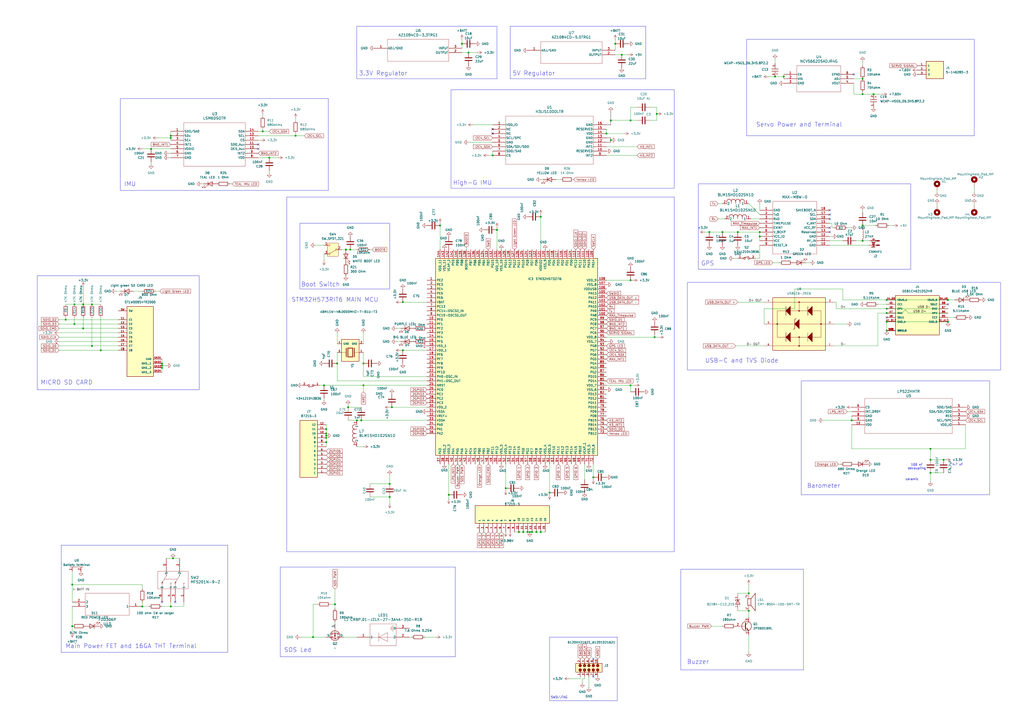
<source format=kicad_sch>
(kicad_sch (version 20250114) (generator "eeschema") (generator_version "9.0")
  (paper "A2")
  (rectangle (start 173.99 129.54) (end 226.06 167.64))
  (rectangle (start 433.07 22.86) (end 565.15 78.74))
  (rectangle (start 35.56 316.23) (end 132.08 378.46))
  (rectangle (start 295.91 15.24) (end 374.65 45.72))
  (rectangle (start 166.37 114.3) (end 391.16 320.04))
  (rectangle (start 207.01 15.24) (end 288.29 45.72))
  (rectangle (start 21.59 160.02) (end 115.57 226.06))
  (rectangle (start 398.78 163.83) (end 580.39 214.63))
  (rectangle (start 318.77 369.57) (end 358.14 406.4))
  (rectangle (start 261.62 52.07) (end 391.16 109.22))
  (rectangle (start 394.97 330.2) (end 466.09 388.62))
  (rectangle (start 464.82 220.98) (end 574.04 287.02))
  (rectangle (start 69.85 57.15) (end 190.5 110.49))
  (rectangle (start 162.56 328.93) (end 264.16 381))
  (rectangle (start 405.13 106.68) (end 528.32 156.21))
  (text "USB-C and TVS Diode" (at 430.276 209.296 0) (effects (font (size 2.5 2.5))))
  (text "4.7 uF\n\n" (at 555.498 270.51 0) (effects (font (size 1.27 1.27))))
  (text "SWD/JTAG\n" (at 324.358 404.622 0) (effects (font (size 1.27 1.27))))
  (text "STM32H573RIT6 MAIN MCU\n" (at 194.31 173.99 0) (effects (font (size 2.5 2.5))))
  (text "Buzzer" (at 404.876 384.048 0) (effects (font (size 2.5 2.5))))
  (text "High-G IMU" (at 274.066 106.172 0) (effects (font (size 2.5 2.5))))
  (text "100 nF\ndecoupling\n" (at 531.876 270.764 0) (effects (font (size 1.27 1.27))))
  (text "3.3V Regulator\n" (at 222.25 42.672 0) (effects (font (size 2.5 2.5))))
  (text "GPS" (at 410.464 152.908 0) (effects (font (size 2.5 2.5))))
  (text "Boot Switch\n" (at 185.928 165.1 0) (effects (font (size 2.5 2.5))))
  (text "IMU" (at 75.438 106.934 0) (effects (font (size 2.5 2.5))))
  (text "MICRO SD CARD" (at 38.608 221.996 0) (effects (font (size 2.5 2.5))))
  (text "Servo Power and Terminal" (at 463.55 72.39 0) (effects (font (size 2.5 2.5))))
  (text "SOS Led" (at 172.72 377.19 0) (effects (font (size 2.5 2.5))))
  (text "Main Power FET and 16GA THT Terminal " (at 76.962 374.904 0) (effects (font (size 2.5 2.5))))
  (text "ceramic" (at 529.082 278.13 0) (effects (font (size 1.27 1.27))))
  (text "Barometer" (at 477.774 281.94 0) (effects (font (size 2.5 2.5))))
  (text "5V Regulator" (at 309.626 42.672 0) (effects (font (size 2.5 2.5))))
  (junction (at 500.38 130.81))
  (junction (at 549.91 186.69))
  (junction (at 181.61 369.57))
  (junction (at 303.53 308.61))
  (junction (at 93.98 212.09))
  (junction (at 300.99 308.61))
  (junction (at 449.58 44.45))
  (junction (at 38.1 185.42))
  (junction (at 454.66 44.45))
  (junction (at 440.69 137.16))
  (junction (at 318.77 285.75))
  (junction (at 267.97 25.4))
  (junction (at 99.06 351.79))
  (junction (at 233.68 175.26))
  (junction (at 187.96 223.52))
  (junction (at 207.01 243.84))
  (junction (at 201.93 236.22))
  (junction (at 539.75 266.7))
  (junction (at 539.75 274.32))
  (junction (at 313.69 125.73))
  (junction (at 99.06 78.74))
  (junction (at 195.58 210.82))
  (junction (at 48.26 176.53))
  (junction (at 539.75 260.35))
  (junction (at 379.73 195.58))
  (junction (at 41.91 339.09))
  (junction (at 500.38 45.72))
  (junction (at 288.29 133.35))
  (junction (at 360.68 31.75))
  (junction (at 226.06 280.67))
  (junction (at 200.66 144.78))
  (junction (at 41.91 363.22))
  (junction (at 354.33 69.85))
  (junction (at 293.37 283.21))
  (junction (at 48.26 190.5))
  (junction (at 427.99 134.62))
  (junction (at 547.37 266.7))
  (junction (at 381 66.04))
  (junction (at 53.34 176.53))
  (junction (at 494.03 243.84))
  (junction (at 82.55 351.79))
  (junction (at 43.18 176.53))
  (junction (at 411.48 134.62))
  (junction (at 307.34 308.61))
  (junction (at 285.75 90.17))
  (junction (at 500.38 139.7))
  (junction (at 514.35 179.07))
  (junction (at 344.17 276.86))
  (junction (at 100.33 323.85))
  (junction (at 255.27 130.81))
  (junction (at 189.23 251.46))
  (junction (at 434.34 344.17))
  (junction (at 152.4 76.2))
  (junction (at 53.34 200.66))
  (junction (at 156.21 91.44))
  (junction (at 440.69 134.62))
  (junction (at 419.1 134.62))
  (junction (at 500.38 54.61))
  (junction (at 306.07 308.61))
  (junction (at 365.76 69.85))
  (junction (at 58.42 203.2))
  (junction (at 365.76 162.56))
  (junction (at 549.91 173.99))
  (junction (at 189.23 252.73))
  (junction (at 311.15 308.61))
  (junction (at 434.34 354.33))
  (junction (at 514.35 173.99))
  (junction (at 210.82 223.52))
  (junction (at 43.18 187.96))
  (junction (at 308.61 308.61))
  (junction (at 514.35 186.69))
  (junction (at 93.98 213.36))
  (junction (at 194.31 350.52))
  (junction (at 233.68 203.2))
  (junction (at 227.33 236.22))
  (junction (at 365.76 223.52))
  (junction (at 87.63 86.36))
  (junction (at 514.35 181.61))
  (junction (at 189.23 254))
  (junction (at 313.69 308.61))
  (junction (at 354.33 81.28))
  (junction (at 260.35 287.02))
  (junction (at 356.87 25.4))
  (junction (at 226.06 288.29))
  (junction (at 203.2 144.78))
  (junction (at 514.35 191.77))
  (junction (at 189.23 248.92))
  (junction (at 271.78 30.48))
  (junction (at 209.55 243.84))
  (junction (at 93.98 210.82))
  (junction (at 506.73 54.61))
  (junction (at 189.23 256.54))
  (junction (at 210.82 210.82))
  (junction (at 351.79 77.47))
  (junction (at 171.45 78.74))
  (junction (at 99.06 80.01))
  (no_connect (at 93.98 349.25))
  (no_connect (at 149.86 83.82))
  (no_connect (at 285.75 77.47))
  (no_connect (at 481.33 121.92))
  (no_connect (at 481.33 132.08))
  (no_connect (at 481.33 134.62))
  (no_connect (at 481.33 124.46))
  (no_connect (at 481.33 127))
  (no_connect (at 549.91 176.53))
  (no_connect (at 101.6 349.25))
  (no_connect (at 495.3 43.18))
  (no_connect (at 149.86 86.36))
  (no_connect (at 514.35 184.15))
  (no_connect (at 344.17 392.43))
  (no_connect (at 285.75 74.93))
  (no_connect (at 344.17 382.27))
  (wire (pts (xy 514.35 186.69) (xy 514.35 191.77)))
  (wire (pts (xy 171.45 68.58) (xy 171.45 69.85)))
  (wire (pts (xy 548.64 266.7) (xy 547.37 266.7)))
  (wire (pts (xy 547.37 274.32) (xy 539.75 274.32)))
  (wire (pts (xy 488.95 167.64) (xy 488.95 173.99)))
  (wire (pts (xy 416.56 118.11) (xy 419.1 118.11)))
  (wire (pts (xy 354.33 81.28) (xy 354.33 82.55)) (stroke (width 0) (color 14 0 0 1)))
  (wire (pts (xy 539.75 266.7) (xy 539.75 260.35)))
  (wire (pts (xy 38.1 185.42) (xy 68.58 185.42)))
  (wire (pts (xy 486.41 269.24) (xy 487.68 269.24)))
  (wire (pts (xy 90.17 168.91) (xy 92.71 168.91)))
  (wire (pts (xy 351.79 80.01) (xy 354.33 80.01)) (stroke (width 0) (color 14 0 0 1)))
  (wire (pts (xy 495.3 54.61) (xy 495.3 48.26)))
  (wire (pts (xy 226.06 288.29) (xy 226.06 292.1)))
  (wire (pts (xy 246.38 369.57) (xy 252.73 369.57)))
  (wire (pts (xy 481.33 139.7) (xy 488.95 139.7)))
  (wire (pts (xy 485.14 179.07) (xy 485.14 175.26)))
  (wire (pts (xy 303.53 308.61) (xy 306.07 308.61)))
  (wire (pts (xy 189.23 254) (xy 189.23 256.54)))
  (wire (pts (xy 454.66 43.18) (xy 454.66 44.45)))
  (wire (pts (xy 210.82 218.44) (xy 247.65 218.44)))
  (wire (pts (xy 210.82 210.82) (xy 210.82 218.44)))
  (wire (pts (xy 181.61 350.52) (xy 184.15 350.52)))
  (wire (pts (xy 509.27 181.61) (xy 514.35 181.61)))
  (wire (pts (xy 267.97 25.4) (xy 267.97 27.94)))
  (wire (pts (xy 201.93 243.84) (xy 207.01 243.84)))
  (wire (pts (xy 365.76 62.23) (xy 365.76 69.85)))
  (wire (pts (xy 58.42 184.15) (xy 58.42 203.2)))
  (wire (pts (xy 41.91 331.47) (xy 41.91 339.09)))
  (wire (pts (xy 93.98 210.82) (xy 93.98 212.09)))
  (wire (pts (xy 515.62 130.81) (xy 518.16 130.81)))
  (wire (pts (xy 93.98 208.28) (xy 93.98 210.82)))
  (wire (pts (xy 210.82 193.04) (xy 210.82 199.39)))
  (wire (pts (xy 229.87 198.12) (xy 232.41 198.12)))
  (wire (pts (xy 341.63 398.78) (xy 341.63 392.43)))
  (wire (pts (xy 226.06 288.29) (xy 214.63 288.29)))
  (wire (pts (xy 547.37 266.7) (xy 539.75 266.7)))
  (wire (pts (xy 58.42 203.2) (xy 68.58 203.2)))
  (wire (pts (xy 351.79 195.58) (xy 379.73 195.58)))
  (wire (pts (xy 419.1 134.62) (xy 427.99 134.62)))
  (wire (pts (xy 318.77 269.24) (xy 318.77 285.75)))
  (wire (pts (xy 365.76 69.85) (xy 369.57 69.85)))
  (wire (pts (xy 41.91 339.09) (xy 41.91 349.25)))
  (wire (pts (xy 267.97 22.86) (xy 267.97 25.4)))
  (wire (pts (xy 214.63 280.67) (xy 226.06 280.67)))
  (wire (pts (xy 232.41 175.26) (xy 233.68 175.26)))
  (wire (pts (xy 181.61 369.57) (xy 189.23 369.57)))
  (wire (pts (xy 337.82 393.7) (xy 339.09 393.7)))
  (wire (pts (xy 351.79 72.39) (xy 354.33 72.39)) (stroke (width 0) (color 14 0 0 1)))
  (wire (pts (xy 509.27 200.66) (xy 509.27 181.61)))
  (wire (pts (xy 82.55 168.91) (xy 77.47 168.91)))
  (wire (pts (xy 209.55 243.84) (xy 247.65 243.84)))
  (wire (pts (xy 34.29 187.96) (xy 43.18 187.96)))
  (wire (pts (xy 427.99 134.62) (xy 440.69 134.62)))
  (wire (pts (xy 53.34 176.53) (xy 58.42 176.53)))
  (wire (pts (xy 96.52 323.85) (xy 100.33 323.85)))
  (wire (pts (xy 210.82 227.33) (xy 210.82 223.52)))
  (wire (pts (xy 293.37 284.48) (xy 293.37 283.21)))
  (wire (pts (xy 187.96 147.32) (xy 187.96 151.13)))
  (wire (pts (xy 365.76 62.23) (xy 369.57 62.23)))
  (wire (pts (xy 527.05 181.61) (xy 524.51 179.07)))
  (wire (pts (xy 336.55 393.7) (xy 336.55 392.43)))
  (wire (pts (xy 201.93 236.22) (xy 201.93 234.95)))
  (wire (pts (xy 553.72 173.99) (xy 549.91 173.99)))
  (wire (pts (xy 99.06 80.01) (xy 99.06 81.28)))
  (wire (pts (xy 151.13 81.28) (xy 149.86 81.28)))
  (wire (pts (xy 283.21 90.17) (xy 285.75 90.17)))
  (wire (pts (xy 34.29 190.5) (xy 48.26 190.5)))
  (wire (pts (xy 189.23 252.73) (xy 189.23 254)))
  (wire (pts (xy 525.78 179.07) (xy 523.24 181.61)))
  (wire (pts (xy 97.79 91.44) (xy 99.06 91.44)))
  (wire (pts (xy 527.05 181.61) (xy 549.91 181.61)))
  (wire (pts (xy 454.66 44.45) (xy 454.66 45.72)))
  (wire (pts (xy 201.93 236.22) (xy 209.55 236.22)))
  (wire (pts (xy 233.68 175.26) (xy 247.65 175.26)))
  (wire (pts (xy 210.82 223.52) (xy 247.65 223.52)))
  (wire (pts (xy 194.31 350.52) (xy 194.31 353.06)))
  (wire (pts (xy 494.03 238.76) (xy 491.49 238.76)))
  (wire (pts (xy 443.23 179.07) (xy 443.23 187.96)))
  (wire (pts (xy 97.79 88.9) (xy 99.06 88.9)))
  (wire (pts (xy 360.68 31.75) (xy 364.49 31.75)))
  (wire (pts (xy 549.91 179.07) (xy 525.78 179.07)))
  (wire (pts (xy 482.6 129.54) (xy 481.33 129.54)))
  (wire (pts (xy 34.29 203.2) (xy 58.42 203.2)))
  (wire (pts (xy 500.38 35.56) (xy 500.38 38.1)))
  (wire (pts (xy 449.58 34.29) (xy 449.58 36.83)))
  (wire (pts (xy 156.21 91.44) (xy 161.29 91.44)))
  (wire (pts (xy 494.03 241.3) (xy 494.03 243.84)))
  (wire (pts (xy 553.72 184.15) (xy 549.91 184.15)))
  (wire (pts (xy 34.29 195.58) (xy 68.58 195.58)))
  (wire (pts (xy 93.98 212.09) (xy 93.98 213.36)))
  (wire (pts (xy 514.35 186.69) (xy 549.91 186.69)))
  (wire (pts (xy 514.35 173.99) (xy 549.91 173.99)))
  (wire (pts (xy 53.34 184.15) (xy 53.34 200.66)))
  (wire (pts (xy 427.99 354.33) (xy 434.34 354.33)))
  (wire (pts (xy 313.69 124.46) (xy 313.69 125.73)))
  (wire (pts (xy 149.86 78.74) (xy 171.45 78.74)))
  (wire (pts (xy 34.29 200.66) (xy 53.34 200.66)))
  (wire (pts (xy 377.19 69.85) (xy 381 69.85)))
  (wire (pts (xy 255.27 130.81) (xy 255.27 144.78)))
  (wire (pts (xy 255.27 129.54) (xy 255.27 130.81)))
  (wire (pts (xy 48.26 184.15) (xy 48.26 190.5)))
  (wire (pts (xy 344.17 278.13) (xy 344.17 276.86)))
  (wire (pts (xy 354.33 69.85) (xy 354.33 72.39)) (stroke (width 0) (color 14 0 0 1)))
  (wire (pts (xy 440.69 149.86) (xy 440.69 142.24)))
  (wire (pts (xy 300.99 308.61) (xy 303.53 308.61)))
  (wire (pts (xy 426.72 200.66) (xy 443.23 200.66)))
  (wire (pts (xy 195.58 220.98) (xy 247.65 220.98)))
  (wire (pts (xy 38.1 176.53) (xy 43.18 176.53)))
  (wire (pts (xy 189.23 256.54) (xy 189.23 259.08)))
  (wire (pts (xy 365.76 162.56) (xy 351.79 162.56)))
  (wire (pts (xy 298.45 308.61) (xy 300.99 308.61)))
  (wire (pts (xy 425.45 149.86) (xy 427.99 149.86)))
  (wire (pts (xy 96.52 212.09) (xy 93.98 212.09)))
  (wire (pts (xy 189.23 246.38) (xy 189.23 248.92)))
  (wire (pts (xy 381 62.23) (xy 381 66.04)))
  (wire (pts (xy 149.86 91.44) (xy 156.21 91.44)))
  (wire (pts (xy 485.14 175.26) (xy 483.87 175.26)))
  (wire (pts (xy 514.35 181.61) (xy 523.24 181.61)))
  (wire (pts (xy 494.03 260.35) (xy 539.75 260.35)))
  (wire (pts (xy 99.06 351.79) (xy 106.68 351.79)))
  (wire (pts (xy 207.01 259.08) (xy 210.82 259.08)))
  (wire (pts (xy 500.38 139.7) (xy 504.19 139.7)))
  (wire (pts (xy 203.2 144.78) (xy 207.01 144.78)))
  (wire (pts (xy 99.06 76.2) (xy 99.06 78.74)))
  (wire (pts (xy 445.77 44.45) (xy 449.58 44.45)))
  (wire (pts (xy 91.44 80.01) (xy 99.06 80.01)))
  (wire (pts (xy 354.33 80.01) (xy 354.33 81.28)) (stroke (width 0) (color 14 0 0 1)))
  (wire (pts (xy 187.96 223.52) (xy 210.82 223.52)))
  (wire (pts (xy 483.87 200.66) (xy 509.27 200.66)))
  (wire (pts (xy 187.96 232.41) (xy 187.96 231.14)))
  (wire (pts (xy 53.34 200.66) (xy 68.58 200.66)))
  (wire (pts (xy 67.31 168.91) (xy 69.85 168.91)))
  (wire (pts (xy 226.06 275.59) (xy 226.06 280.67)))
  (wire (pts (xy 369.57 85.09) (xy 351.79 85.09)))
  (wire (pts (xy 82.55 349.25) (xy 82.55 351.79)))
  (wire (pts (xy 226.06 236.22) (xy 227.33 236.22)))
  (wire (pts (xy 270.51 143.51) (xy 270.51 144.78)))
  (wire (pts (xy 189.23 248.92) (xy 189.23 251.46)))
  (wire (pts (xy 199.39 369.57) (xy 207.01 369.57)))
  (wire (pts (xy 34.29 198.12) (xy 68.58 198.12)))
  (wire (pts (xy 434.34 368.3) (xy 434.34 378.46)))
  (wire (pts (xy 233.68 203.2) (xy 247.65 203.2)))
  (wire (pts (xy 93.98 351.79) (xy 99.06 351.79)))
  (wire (pts (xy 500.38 53.34) (xy 500.38 54.61)))
  (wire (pts (xy 87.63 95.25) (xy 87.63 93.98)))
  (wire (pts (xy 330.2 393.7) (xy 336.55 393.7)))
  (wire (pts (xy 267.97 30.48) (xy 271.78 30.48)))
  (wire (pts (xy 565.15 111.76) (xy 565.15 107.95)))
  (wire (pts (xy 271.78 30.48) (xy 276.86 30.48)))
  (wire (pts (xy 354.33 69.85) (xy 365.76 69.85)))
  (wire (pts (xy 379.73 194.31) (xy 379.73 195.58)))
  (wire (pts (xy 339.09 269.24) (xy 339.09 278.13)))
  (wire (pts (xy 308.61 308.61) (xy 311.15 308.61)))
  (wire (pts (xy 369.57 90.17) (xy 351.79 90.17)))
  (wire (pts (xy 311.15 308.61) (xy 313.69 308.61)))
  (wire (pts (xy 339.09 393.7) (xy 339.09 392.43)))
  (wire (pts (xy 82.55 339.09) (xy 82.55 341.63)))
  (wire (pts (xy 215.9 144.78) (xy 214.63 144.78)))
  (wire (pts (xy 356.87 25.4) (xy 356.87 29.21)))
  (wire (pts (xy 344.17 269.24) (xy 344.17 276.86)))
  (wire (pts (xy 86.36 351.79) (xy 82.55 351.79)))
  (wire (pts (xy 351.79 74.93) (xy 351.79 77.47)))
  (wire (pts (xy 171.45 78.74) (xy 176.53 78.74)))
  (wire (pts (xy 34.29 193.04) (xy 68.58 193.04)))
  (wire (pts (xy 434.34 339.09) (xy 434.34 344.17)))
  (wire (pts (xy 509.27 176.53) (xy 514.35 176.53)))
  (wire (pts (xy 288.29 133.35) (xy 288.29 144.78)))
  (wire (pts (xy 381 66.04) (xy 381 69.85)))
  (wire (pts (xy 367.03 162.56) (xy 365.76 162.56)))
  (wire (pts (xy 191.77 350.52) (xy 194.31 350.52)))
  (wire (pts (xy 377.19 62.23) (xy 381 62.23)))
  (wire (pts (xy 365.76 223.52) (xy 351.79 223.52)))
  (wire (pts (xy 182.88 142.24) (xy 187.96 142.24)))
  (wire (pts (xy 99.06 78.74) (xy 99.06 80.01)))
  (wire (pts (xy 494.03 246.38) (xy 494.03 260.35)))
  (wire (pts (xy 434.34 354.33) (xy 434.34 358.14)))
  (wire (pts (xy 48.26 190.5) (xy 68.58 190.5)))
  (wire (pts (xy 435.61 127) (xy 440.69 127)))
  (wire (pts (xy 494.03 132.08) (xy 491.49 132.08)))
  (wire (pts (xy 337.82 396.24) (xy 337.82 393.7)))
  (wire (pts (xy 461.01 167.64) (xy 488.95 167.64)))
  (wire (pts (xy 440.69 134.62) (xy 440.69 137.16)))
  (wire (pts (xy 195.58 193.04) (xy 195.58 199.39)))
  (wire (pts (xy 34.29 185.42) (xy 38.1 185.42)))
  (wire (pts (xy 260.35 287.02) (xy 260.35 289.56)))
  (wire (pts (xy 210.82 204.47) (xy 210.82 210.82)))
  (wire (pts (xy 500.38 121.92) (xy 500.38 123.19)))
  (wire (pts (xy 514.35 179.07) (xy 524.51 179.07)))
  (wire (pts (xy 469.9 152.4) (xy 467.36 152.4)))
  (wire (pts (xy 116.84 106.68) (xy 118.11 106.68)))
  (wire (pts (xy 237.49 369.57) (xy 238.76 369.57)))
  (wire (pts (xy 307.34 308.61) (xy 308.61 308.61)))
  (wire (pts (xy 189.23 251.46) (xy 189.23 252.73)))
  (wire (pts (xy 496.57 139.7) (xy 500.38 139.7)))
  (wire (pts (xy 194.31 341.63) (xy 194.31 350.52)))
  (wire (pts (xy 443.23 179.07) (xy 461.01 179.07)))
  (wire (pts (xy 500.38 54.61) (xy 506.73 54.61)))
  (wire (pts (xy 152.4 76.2) (xy 156.21 76.2)))
  (wire (pts (xy 82.55 86.36) (xy 87.63 86.36)))
  (wire (pts (xy 481.33 142.24) (xy 504.19 142.24)))
  (wire (pts (xy 449.58 44.45) (xy 454.66 44.45)))
  (wire (pts (xy 152.4 66.04) (xy 152.4 67.31)))
  (wire (pts (xy 185.42 223.52) (xy 187.96 223.52)))
  (wire (pts (xy 194.31 360.68) (xy 194.31 361.95)))
  (wire (pts (xy 427.99 175.26) (xy 443.23 175.26)))
  (wire (pts (xy 195.58 220.98) (xy 195.58 210.82)))
  (wire (pts (xy 440.69 118.11) (xy 440.69 121.92)))
  (wire (pts (xy 134.62 106.68) (xy 133.35 106.68)))
  (wire (pts (xy 440.69 124.46) (xy 434.34 118.11)))
  (wire (pts (xy 93.98 213.36) (xy 93.98 215.9)))
  (wire (pts (xy 351.79 77.47) (xy 361.95 77.47)))
  (wire (pts (xy 427.99 344.17) (xy 434.34 344.17)))
  (wire (pts (xy 207.01 243.84) (xy 209.55 243.84)))
  (wire (pts (xy 412.75 363.22) (xy 419.1 363.22)))
  (wire (pts (xy 500.38 129.54) (xy 500.38 130.81)))
  (wire (pts (xy 149.86 76.2) (xy 152.4 76.2)))
  (wire (pts (xy 440.69 137.16) (xy 440.69 139.7)))
  (wire (pts (xy 495.3 54.61) (xy 500.38 54.61)))
  (wire (pts (xy 271.78 82.55) (xy 285.75 82.55)))
  (wire (pts (xy 41.91 367.03) (xy 41.91 363.22)))
  (wire (pts (xy 313.69 125.73) (xy 313.69 144.78)))
  (wire (pts (xy 483.87 132.08) (xy 482.6 132.08)))
  (wire (pts (xy 539.75 260.35) (xy 560.07 260.35)))
  (wire (pts (xy 195.58 204.47) (xy 195.58 210.82)))
  (wire (pts (xy 482.6 137.16) (xy 481.33 137.16)))
  (wire (pts (xy 181.61 350.52) (xy 181.61 369.57)))
  (wire (pts (xy 43.18 184.15) (xy 43.18 187.96)))
  (wire (pts (xy 100.33 323.85) (xy 104.14 323.85)))
  (wire (pts (xy 543.56 118.11) (xy 543.56 119.38)))
  (wire (pts (xy 560.07 246.38) (xy 560.07 260.35)))
  (wire (pts (xy 477.52 243.84) (xy 494.03 243.84)))
  (wire (pts (xy 408.94 134.62) (xy 411.48 134.62)))
  (wire (pts (xy 229.87 190.5) (xy 232.41 190.5)))
  (wire (pts (xy 106.68 349.25) (xy 106.68 351.79)))
  (wire (pts (xy 87.63 86.36) (xy 99.06 86.36)))
  (wire (pts (xy 351.79 82.55) (xy 354.33 82.55)) (stroke (width 0) (color 14 0 0 1)))
  (wire (pts (xy 543.56 111.76) (xy 543.56 110.49)))
  (wire (pts (xy 260.35 269.24) (xy 260.35 287.02)))
  (wire (pts (xy 232.41 203.2) (xy 233.68 203.2)))
  (wire (pts (xy 500.38 130.81) (xy 500.38 132.08)))
  (wire (pts (xy 485.14 179.07) (xy 514.35 179.07)))
  (wire (pts (xy 482.6 132.08) (xy 482.6 129.54)))
  (wire (pts (xy 43.18 187.96) (xy 68.58 187.96)))
  (wire (pts (xy 288.29 132.08) (xy 288.29 133.35)))
  (wire (pts (xy 411.48 134.62) (xy 419.1 134.62)))
  (wire (pts (xy 318.77 287.02) (xy 318.77 285.75)))
  (wire (pts (xy 48.26 176.53) (xy 53.34 176.53)))
  (wire (pts (xy 438.15 149.86) (xy 440.69 149.86)))
  (wire (pts (xy 227.33 236.22) (xy 247.65 236.22)))
  (wire (pts (xy 313.69 104.14) (xy 314.96 104.14)))
  (wire (pts (xy 48.26 166.37) (xy 48.26 176.53)))
  (wire (pts (xy 313.69 308.61) (xy 316.23 308.61)))
  (wire (pts (xy 306.07 308.61) (xy 307.34 308.61)))
  (wire (pts (xy 293.37 269.24) (xy 293.37 283.21)))
  (wire (pts (xy 198.12 144.78) (xy 200.66 144.78)))
  (wire (pts (xy 416.56 127) (xy 420.37 127)))
  (wire (pts (xy 382.27 195.58) (xy 379.73 195.58)))
  (wire (pts (xy 506.73 54.61) (xy 511.81 54.61)))
  (wire (pts (xy 353.06 198.12) (xy 351.79 198.12)))
  (wire (pts (xy 356.87 31.75) (xy 360.68 31.75)))
  (wire (pts (xy 461.01 167.64) (xy 461.01 179.07)))
  (wire (pts (xy 539.75 279.4) (xy 539.75 274.32)))
  (wire (pts (xy 491.49 187.96) (xy 483.87 187.96)))
  (wire (pts (xy 325.12 104.14) (xy 322.58 104.14)))
  (wire (pts (xy 354.33 64.77) (xy 354.33 69.85)) (stroke (width 0) (color 13 0 0 1)))
  (wire (pts (xy 156.21 100.33) (xy 156.21 99.06)))
  (wire (pts (xy 200.66 144.78) (xy 203.2 144.78)))
  (wire (pts (xy 173.99 369.57) (xy 181.61 369.57)))
  (wire (pts (xy 38.1 184.15) (xy 38.1 185.42)))
  (wire (pts (xy 274.32 72.39) (xy 285.75 72.39)))
  (wire (pts (xy 285.75 87.63) (xy 285.75 90.17)))
  (wire (pts (xy 365.76 227.33) (xy 365.76 223.52)))
  (wire (pts (xy 152.4 74.93) (xy 152.4 76.2)))
  (wire (pts (xy 488.95 173.99) (xy 514.35 173.99)))
  (wire (pts (xy 565.15 118.11) (xy 565.15 119.38)))
  (wire (pts (xy 368.3 223.52) (xy 365.76 223.52)))
  (wire (pts (xy 43.18 176.53) (xy 48.26 176.53)))
  (wire (pts (xy 448.31 152.4) (xy 452.12 152.4)))
  (wire (pts (xy 41.91 363.22) (xy 41.91 351.79)))
  (wire (pts (xy 356.87 22.86) (xy 356.87 25.4)))
  (wire (pts (xy 41.91 339.09) (xy 82.55 339.09)))
  (wire (pts (xy 99.06 349.25) (xy 99.06 351.79)))
  (wire (pts (xy 495.3 45.72) (xy 500.38 45.72)))
  (wire (pts (xy 171.45 77.47) (xy 171.45 78.74)))
  (wire (pts (xy 500.38 130.81) (xy 508 130.81)))
  (label "D+" (at 487.68 179.07 0))
  (label "USB D-" (at 532.13 179.07 0))
  (label "USB D+" (at 529.59 181.61 0))
  (label "D-" (at 487.68 200.66 0))
  (label "D- OUT" (at 433.07 200.66 0))
  (label "D+ OUT" (at 434.34 175.26 0))
  (label "+ BATT IN" (at 41.91 342.9 0))
  (global_label "SOS PWM" (shape input) (at 194.31 341.63 90) (property "Intersheetrefs" "${INTERSHEET_REFS}" (effects (hide yes))))
  (global_label "GPIO 3" (shape input) (at 311.15 269.24 270) (property "Intersheetrefs" "${INTERSHEET_REFS}" (effects (hide yes))))
  (global_label "SDIO_CMD" (shape input) (at 34.29 190.5 180) (property "Intersheetrefs" "${INTERSHEET_REFS}" (effects (hide yes))))
  (global_label "Tx" (shape input) (at 416.56 118.11 180) (property "Intersheetrefs" "${INTERSHEET_REFS}" (effects (hide yes))))
  (global_label "I2C4_SDA" (shape input) (at 560.07 238.76 0) (property "Intersheetrefs" "${INTERSHEET_REFS}" (effects (hide yes))))
  (global_label "H3_INT1" (shape input) (at 369.57 85.09 0) (property "Intersheetrefs" "${INTERSHEET_REFS}" (effects (hide yes))))
  (global_label "GPS LED" (shape input) (at 448.31 152.4 180) (property "Intersheetrefs" "${INTERSHEET_REFS}" (effects (hide yes))))
  (global_label "GPIO 2" (shape input) (at 306.07 269.24 270) (property "Intersheetrefs" "${INTERSHEET_REFS}" (effects (hide yes))))
  (global_label "BNO_INT2" (shape input) (at 351.79 187.96 0) (property "Intersheetrefs" "${INTERSHEET_REFS}" (effects (hide yes))))
  (global_label "SWDIO" (shape input) (at 351.79 170.18 0) (property "Intersheetrefs" "${INTERSHEET_REFS}" (effects (hide yes))))
  (global_label "2GPIO2" (shape input) (at 189.23 271.78 0) (property "Intersheetrefs" "${INTERSHEET_REFS}" (effects (hide yes))))
  (global_label "GPIO 5" (shape input) (at 328.93 269.24 270) (property "Intersheetrefs" "${INTERSHEET_REFS}" (effects (hide yes))))
  (global_label "SDIO_CLK" (shape input) (at 34.29 195.58 180) (property "Intersheetrefs" "${INTERSHEET_REFS}" (effects (hide yes))))
  (global_label "GPIO 3" (shape input) (at 283.21 308.61 270) (property "Intersheetrefs" "${INTERSHEET_REFS}" (effects (hide yes))))
  (global_label "GPIO 4" (shape input) (at 323.85 269.24 270) (property "Intersheetrefs" "${INTERSHEET_REFS}" (effects (hide yes))))
  (global_label "SDIO_D2" (shape input) (at 339.09 144.78 90) (property "Intersheetrefs" "${INTERSHEET_REFS}" (effects (hide yes))))
  (global_label "Rx" (shape input) (at 351.79 177.8 0) (property "Intersheetrefs" "${INTERSHEET_REFS}" (effects (hide yes))))
  (global_label "SWO" (shape input) (at 283.21 144.78 90) (property "Intersheetrefs" "${INTERSHEET_REFS}" (effects (hide yes))))
  (global_label "GPS LED" (shape input) (at 351.79 200.66 0) (property "Intersheetrefs" "${INTERSHEET_REFS}" (effects (hide yes))))
  (global_label "I2C4_SCL" (shape input) (at 176.53 78.74 0) (property "Intersheetrefs" "${INTERSHEET_REFS}" (effects (hide yes))))
  (global_label "LPS_INT1" (shape input) (at 491.49 238.76 180) (property "Intersheetrefs" "${INTERSHEET_REFS}" (effects (hide yes))))
  (global_label "Light Green LED" (shape input) (at 92.71 168.91 0) (property "Intersheetrefs" "${INTERSHEET_REFS}" (effects (hide yes))))
  (global_label "SERVO SIGNAL" (shape input) (at 532.13 38.1 180) (property "Intersheetrefs" "${INTERSHEET_REFS}" (effects (hide yes))))
  (global_label "Light Green LED" (shape input) (at 298.45 144.78 90) (property "Intersheetrefs" "${INTERSHEET_REFS}" (effects (hide yes))))
  (global_label "Rx" (shape input) (at 416.56 127 180) (property "Intersheetrefs" "${INTERSHEET_REFS}" (effects (hide yes))))
  (global_label "NRST" (shape input) (at 346.71 382.27 90) (property "Intersheetrefs" "${INTERSHEET_REFS}" (effects (hide yes))))
  (global_label "SDIO_D1" (shape input) (at 34.29 203.2 180) (property "Intersheetrefs" "${INTERSHEET_REFS}" (effects (hide yes))))
  (global_label "SWCLK" (shape input) (at 339.09 382.27 90) (property "Intersheetrefs" "${INTERSHEET_REFS}" (effects (hide yes))))
  (global_label "SDIO_CMD" (shape input) (at 283.21 269.24 270) (property "Intersheetrefs" "${INTERSHEET_REFS}" (effects (hide yes))))
  (global_label "Buzzer PWM" (shape input) (at 265.43 269.24 270) (property "Intersheetrefs" "${INTERSHEET_REFS}" (effects (hide yes))))
  (global_label "GPIO 2" (shape input) (at 280.67 308.61 270) (property "Intersheetrefs" "${INTERSHEET_REFS}" (effects (hide yes))))
  (global_label "SWDIO" (shape input) (at 336.55 382.27 90) (property "Intersheetrefs" "${INTERSHEET_REFS}" (effects (hide yes))))
  (global_label "Buzzer PWM" (shape input) (at 412.75 363.22 180) (property "Intersheetrefs" "${INTERSHEET_REFS}" (effects (hide yes))))
  (global_label "SDIO_CLK" (shape input) (at 334.01 144.78 90) (property "Intersheetrefs" "${INTERSHEET_REFS}" (effects (hide yes))))
  (global_label "2GPIO5" (shape input) (at 247.65 248.92 180) (property "Intersheetrefs" "${INTERSHEET_REFS}" (effects (hide yes))))
  (global_label "SERVO SIGNAL" (shape input) (at 351.79 193.04 0) (property "Intersheetrefs" "${INTERSHEET_REFS}" (effects (hide yes))))
  (global_label "I2C4_SCL" (shape input) (at 285.75 80.01 180) (property "Intersheetrefs" "${INTERSHEET_REFS}" (effects (hide yes))))
  (global_label "TEAL IMU LED" (shape input) (at 134.62 106.68 0) (property "Intersheetrefs" "${INTERSHEET_REFS}" (effects (hide yes))))
  (global_label "BOOT0" (shape input) (at 215.9 144.78 0) (property "Intersheetrefs" "${INTERSHEET_REFS}" (effects (hide yes))))
  (global_label "BNO_INT1" (shape input) (at 99.06 83.82 180) (property "Intersheetrefs" "${INTERSHEET_REFS}" (effects (hide yes))))
  (global_label "GPIO 1" (shape input) (at 278.13 308.61 270) (property "Intersheetrefs" "${INTERSHEET_REFS}" (effects (hide yes))))
  (global_label "NRST" (shape input) (at 210.82 227.33 270) (property "Intersheetrefs" "${INTERSHEET_REFS}" (effects (hide yes))))
  (global_label "SDIO_D0" (shape input) (at 351.79 248.92 0) (property "Intersheetrefs" "${INTERSHEET_REFS}" (effects (hide yes))))
  (global_label "SDIO_D3" (shape input) (at 34.29 187.96 180) (property "Intersheetrefs" "${INTERSHEET_REFS}" (effects (hide yes))))
  (global_label "MAX_INT1" (shape input) (at 351.79 208.28 0) (property "Intersheetrefs" "${INTERSHEET_REFS}" (effects (hide yes))))
  (global_label "USB_DATA_OUT -" (shape input) (at 426.72 200.66 180) (property "Intersheetrefs" "${INTERSHEET_REFS}" (effects (hide yes))))
  (global_label "I2C4_SDA" (shape input) (at 285.75 85.09 180) (property "Intersheetrefs" "${INTERSHEET_REFS}" (effects (hide yes))))
  (global_label "USB_DATA_OUT -" (shape input) (at 351.79 175.26 0) (property "Intersheetrefs" "${INTERSHEET_REFS}" (effects (hide yes))))
  (global_label "2GPIO1" (shape input) (at 247.65 226.06 180) (property "Intersheetrefs" "${INTERSHEET_REFS}" (effects (hide yes))))
  (global_label "Yellow LED" (shape input) (at 332.74 104.14 0) (property "Intersheetrefs" "${INTERSHEET_REFS}" (effects (hide yes))))
  (global_label "2GPIO6" (shape input) (at 247.65 251.46 180) (property "Intersheetrefs" "${INTERSHEET_REFS}" (effects (hide yes))))
  (global_label "I2C4_SDA" (shape input) (at 156.21 76.2 0) (property "Intersheetrefs" "${INTERSHEET_REFS}" (effects (hide yes))))
  (global_label "USB_DATA_OUT +" (shape input) (at 427.99 175.26 180) (property "Intersheetrefs" "${INTERSHEET_REFS}" (effects (hide yes))))
  (global_label "GPIO 1" (shape input) (at 300.99 269.24 270) (property "Intersheetrefs" "${INTERSHEET_REFS}" (effects (hide yes))))
  (global_label "SDIO_D3" (shape input) (at 336.55 144.78 90) (property "Intersheetrefs" "${INTERSHEET_REFS}" (effects (hide yes))))
  (global_label "Orange LED" (shape input) (at 278.13 269.24 270) (property "Intersheetrefs" "${INTERSHEET_REFS}" (effects (hide yes))))
  (global_label "SDIO_D0" (shape input) (at 34.29 200.66 180) (property "Intersheetrefs" "${INTERSHEET_REFS}" (effects (hide yes))))
  (global_label "SDIO_D2" (shape input) (at 34.29 185.42 180) (property "Intersheetrefs" "${INTERSHEET_REFS}" (effects (hide yes))))
  (global_label "MAX_Timepulse" (shape input) (at 351.79 182.88 0) (property "Intersheetrefs" "${INTERSHEET_REFS}" (effects (hide yes))))
  (global_label "I2C4_SDA" (shape input) (at 351.79 205.74 0) (property "Intersheetrefs" "${INTERSHEET_REFS}" (effects (hide yes))))
  (global_label "SWO" (shape input) (at 341.63 382.27 90) (property "Intersheetrefs" "${INTERSHEET_REFS}" (effects (hide yes))))
  (global_label "I2C4_SCL" (shape input) (at 351.79 203.2 0) (property "Intersheetrefs" "${INTERSHEET_REFS}" (effects (hide yes))))
  (global_label "I2C4_SCL" (shape input) (at 560.07 243.84 0) (property "Intersheetrefs" "${INTERSHEET_REFS}" (effects (hide yes))))
  (global_label "GPIO 5" (shape input) (at 288.29 308.61 270) (property "Intersheetrefs" "${INTERSHEET_REFS}" (effects (hide yes))))
  (global_label "BNO_INT2" (shape input) (at 149.86 88.9 0) (property "Intersheetrefs" "${INTERSHEET_REFS}" (effects (hide yes))))
  (global_label "TEAL IMU LED" (shape input) (at 351.79 220.98 0) (property "Intersheetrefs" "${INTERSHEET_REFS}" (effects (hide yes))))
  (global_label "GPIO 6" (shape input) (at 334.01 269.24 270) (property "Intersheetrefs" "${INTERSHEET_REFS}" (effects (hide yes))))
  (global_label "2GPIO4" (shape input) (at 189.23 266.7 0) (property "Intersheetrefs" "${INTERSHEET_REFS}" (effects (hide yes))))
  (global_label "H3_INT2" (shape input) (at 369.57 90.17 0) (property "Intersheetrefs" "${INTERSHEET_REFS}" (effects (hide yes))))
  (global_label "SDIO_D1" (shape input) (at 351.79 185.42 0) (property "Intersheetrefs" "${INTERSHEET_REFS}" (effects (hide yes))))
  (global_label "2GPIO3" (shape input) (at 189.23 269.24 0) (property "Intersheetrefs" "${INTERSHEET_REFS}" (effects (hide yes))))
  (global_label "MAX_Timepulse" (shape input) (at 440.69 129.54 180) (property "Intersheetrefs" "${INTERSHEET_REFS}" (effects (hide yes))))
  (global_label "BNO_INT1" (shape input) (at 351.79 190.5 0) (property "Intersheetrefs" "${INTERSHEET_REFS}" (effects (hide yes))))
  (global_label "Tx" (shape input) (at 351.79 180.34 0) (property "Intersheetrefs" "${INTERSHEET_REFS}" (effects (hide yes))))
  (global_label "2GPIO4" (shape input) (at 247.65 233.68 180) (property "Intersheetrefs" "${INTERSHEET_REFS}" (effects (hide yes))))
  (global_label "2GPIO3" (shape input) (at 247.65 231.14 180) (property "Intersheetrefs" "${INTERSHEET_REFS}" (effects (hide yes))))
  (global_label "H3_INT2" (shape input) (at 351.79 243.84 0) (property "Intersheetrefs" "${INTERSHEET_REFS}" (effects (hide yes))))
  (global_label "H3_INT1" (shape input) (at 351.79 246.38 0) (property "Intersheetrefs" "${INTERSHEET_REFS}" (effects (hide yes))))
  (global_label "2GPIO2" (shape input) (at 247.65 228.6 180) (property "Intersheetrefs" "${INTERSHEET_REFS}" (effects (hide yes))))
  (global_label "Yellow LED" (shape input) (at 351.79 251.46 0) (property "Intersheetrefs" "${INTERSHEET_REFS}" (effects (hide yes))))
  (global_label "SOS PWM" (shape input) (at 267.97 269.24 270) (property "Intersheetrefs" "${INTERSHEET_REFS}" (effects (hide yes))))
  (global_label "2GPIO5" (shape input) (at 189.23 264.16 0) (property "Intersheetrefs" "${INTERSHEET_REFS}" (effects (hide yes))))
  (global_label "USB_DATA_OUT +" (shape input) (at 351.79 172.72 0) (property "Intersheetrefs" "${INTERSHEET_REFS}" (effects (hide yes))))
  (global_label "2GPIO1" (shape input) (at 189.23 274.32 0) (property "Intersheetrefs" "${INTERSHEET_REFS}" (effects (hide yes))))
  (global_label "BOOT0" (shape input) (at 270.51 143.51 90) (property "Intersheetrefs" "${INTERSHEET_REFS}" (effects (hide yes))))
  (global_label "GPIO 6" (shape input) (at 290.83 308.61 270) (property "Intersheetrefs" "${INTERSHEET_REFS}" (effects (hide yes))))
  (global_label "LPS_INT1" (shape input) (at 262.89 269.24 270) (property "Intersheetrefs" "${INTERSHEET_REFS}" (effects (hide yes))))
  (global_label "GPIO 4" (shape input) (at 285.75 308.61 270) (property "Intersheetrefs" "${INTERSHEET_REFS}" (effects (hide yes))))
  (global_label "MAX_INT1" (shape input) (at 440.69 132.08 180) (property "Intersheetrefs" "${INTERSHEET_REFS}" (effects (hide yes))))
  (global_label "Orange LED" (shape input) (at 486.41 269.24 180) (property "Intersheetrefs" "${INTERSHEET_REFS}" (effects (hide yes))))
  (global_label "SWCLK" (shape input) (at 344.17 144.78 90) (property "Intersheetrefs" "${INTERSHEET_REFS}" (effects (hide yes))))
  (global_label "2GPIO6" (shape input) (at 189.23 261.62 0) (property "Intersheetrefs" "${INTERSHEET_REFS}" (effects (hide yes))))
  (symbol (lib_id "power:GND") (at 454.66 48.26 270) (unit 1)
    (property "Reference" "#PWR0103" (effects (hide yes)))
    (property "Value" "GND" (at 450.85 48.2599 90) (effects (justify right)))
    (property "Description" "Power symbol creates a global label with name \"GND\" , ground" (effects (hide yes)))
  )
  (symbol (lib_id "power:+3.3V") (at 252.73 369.57 270) (unit 1)
    (property "Reference" "#PWR074" (effects (hide yes)))
    (property "Value" "+3.3V" (at 256.54 369.5699 90) (effects (justify left)))
    (property "Description" "Power symbol creates a global label with name \"+3.3V\"" (effects (hide yes)))
  )
  (symbol (lib_id "power:+3.3V") (at 330.2 393.7 90) (unit 1)
    (property "Reference" "#PWR01" (effects (hide yes)))
    (property "Value" "+3.3V" (at 326.39 393.6999 90) (effects (justify left)))
    (property "Description" "Power symbol creates a global label with name \"+3.3V\"" (effects (hide yes)))
  )
  (symbol (lib_id "power:GND") (at 449.58 34.29 180) (unit 1)
    (property "Reference" "#PWR0104" (effects (hide yes)))
    (property "Value" "GND" (at 449.58 29.21 0))
    (property "Description" "Power symbol creates a global label with name \"GND\" , ground" (effects (hide yes)))
  )
  (symbol (lib_id "Device:R") (at 53.34 180.34 0) (unit 1)
    (property "Reference" "R29" (at 53.34 182.118 90) (effects (justify left)))
    (property "Value" "47K Ohms" (at 53.34 175.514 90) (effects (justify left)))
    (property "Footprint" "Resistor_SMD:R_01005_0402Metric" (effects (hide yes)))
    (property "Description" "Resistor" (effects (hide yes)))
  )
  (symbol (lib_id "power:GND") (at 218.44 210.82 90) (unit 1)
    (property "Reference" "#PWR0197" (effects (hide yes)))
    (property "Value" "GND" (at 219.456 217.424 0))
    (property "Description" "Power symbol creates a global label with name \"GND\" , ground" (effects (hide yes)))
  )
  (symbol (lib_id "Group Rocket PCB Symbols:434121043836") (at 433.07 149.86 0) (unit 1)
    (property "Reference" "S2" (at 433.07 143.51 0))
    (property "Value" "434121043836" (at 433.07 146.05 0))
    (property "Footprint" "Group Rocket Main PCB:434121043836" (effects (hide yes)))
  )
  (symbol (lib_id "Device:R") (at 194.31 356.87 180) (unit 1)
    (property "Reference" "R9" (at 196.85 355.5999 0) (effects (justify right)))
    (property "Value" "180ohm" (at 196.85 358.1399 0) (effects (justify right)))
    (property "Footprint" "Resistor_SMD:R_0402_1005Metric" (effects (hide yes)))
    (property "Description" "Resistor" (effects (hide yes)))
  )
  (symbol (lib_id "power:+3.3V") (at 171.45 68.58 0) (unit 1)
    (property "Reference" "#PWR06" (effects (hide yes)))
    (property "Value" "+3.3V" (at 171.45 63.5 0))
    (property "Description" "Power symbol creates a global label with name \"+3.3V\"" (effects (hide yes)))
  )
  (symbol (lib_id "power:GND") (at 351.79 165.1 90) (unit 1)
    (property "Reference" "#PWR0231" (effects (hide yes)))
    (property "Value" "GND" (at 356.87 165.0999 90) (effects (justify right)))
    (property "Description" "Power symbol creates a global label with name \"GND\" , ground" (effects (hide yes)))
  )
  (symbol (lib_id "power:GND") (at 300.99 283.21 90) (unit 1)
    (property "Reference" "#PWR0220" (effects (hide yes)))
    (property "Value" "GND" (effects (hide yes)))
    (property "Description" "Power symbol creates a global label with name \"GND\" , ground" (effects (hide yes)))
  )
  (symbol (lib_id "Rocket Club 2025 Parts Symbols_Including_Full_Stm32:H3LIS100DLTR") (at 285.75 72.39 0) (unit 1)
    (property "Reference" "U1" (at 318.77 62.23 0) (effects (font (size 1.524 1.524))))
    (property "Value" "H3LIS100DLTR" (at 318.77 64.77 0) (effects (font (size 1.524 1.524))))
    (property "Footprint" "Group Rocket Main PCB:TFLGA16_3P15X3P15_STM-L" (effects (hide yes)))
    (property "Datasheet" "H3LIS100DLTR" (effects (hide yes)))
  )
  (symbol (lib_id "Device:R") (at 86.36 168.91 90) (unit 1)
    (property "Reference" "R24" (at 86.36 168.91 90))
    (property "Value" "800 Ohm" (at 86.614 170.942 90))
    (property "Footprint" "Resistor_SMD:R_0402_1005Metric" (effects (hide yes)))
    (property "Description" "Resistor" (effects (hide yes)))
  )
  (symbol (lib_id "power:GND") (at 271.78 82.55 270) (unit 1)
    (property "Reference" "#PWR067" (effects (hide yes)))
    (property "Value" "GND" (at 267.97 82.5499 90) (effects (justify right)))
    (property "Description" "Power symbol creates a global label with name \"GND\" , ground" (effects (hide yes)))
  )
  (symbol (lib_id "power:+3.3V") (at 382.27 195.58 270) (unit 1)
    (property "Reference" "#PWR0240" (effects (hide yes)))
    (property "Value" "+3.3V" (at 383.794 191.516 0))
    (property "Description" "Power symbol creates a global label with name \"+3.3V\"" (effects (hide yes)))
  )
  (symbol (lib_id "Device:C") (at 373.38 69.85 90) (unit 1)
    (property "Reference" "C3" (at 376.174 66.294 90))
    (property "Value" "100nF" (at 370.586 66.04 90))
    (property "Footprint" "Capacitor_SMD:C_0201_0603Metric" (effects (hide yes)))
    (property "Description" "Unpolarized capacitor" (effects (hide yes)))
  )
  (symbol (lib_id "power:+3.3V") (at 494.03 236.22 90) (unit 1)
    (property "Reference" "#PWR078" (effects (hide yes)))
    (property "Value" "+3.3V" (at 490.22 236.2199 90) (effects (justify left)))
    (property "Description" "Power symbol creates a global label with name \"+3.3V\"" (effects (hide yes)))
  )
  (symbol (lib_id "Device:C") (at 187.96 227.33 0) (unit 1)
    (property "Reference" "C67" (at 191.77 226.0599 0) (effects (justify left)))
    (property "Value" "100nF" (at 191.77 228.5999 0) (effects (justify left)))
    (property "Footprint" "Capacitor_SMD:C_0201_0603Metric" (effects (hide yes)))
    (property "Description" "Unpolarized capacitor" (effects (hide yes)))
  )
  (symbol (lib_id "power:+3.3V") (at 408.94 134.62 90) (unit 1)
    (property "Reference" "#PWR019" (effects (hide yes)))
    (property "Value" "+3.3V" (at 407.67 132.08 90))
    (property "Description" "Power symbol creates a global label with name \"+3.3V\"" (effects (hide yes)))
  )
  (symbol (lib_id "Device:C") (at 411.48 138.43 0) (unit 1)
    (property "Reference" "C1" (at 415.29 137.1599 0) (effects (justify left)))
    (property "Value" "100nF" (at 415.29 139.6999 0) (effects (justify left)))
    (property "Footprint" "Capacitor_SMD:C_0201_0603Metric" (effects (hide yes)))
    (property "Description" "Unpolarized capacitor" (effects (hide yes)))
  )
  (symbol (lib_id "power:+3.3V") (at 232.41 175.26 90) (unit 1)
    (property "Reference" "#PWR0200" (effects (hide yes)))
    (property "Value" "+3.3V" (at 229.108 170.688 0))
    (property "Description" "Power symbol creates a global label with name \"+3.3V\"" (effects (hide yes)))
  )
  (symbol (lib_id "power:GND") (at 34.29 198.12 270) (unit 1)
    (property "Reference" "#PWR025" (effects (hide yes)))
    (property "Value" "GND" (at 30.48 198.1199 90) (effects (justify right)))
    (property "Description" "Power symbol creates a global label with name \"GND\" , ground" (effects (hide yes)))
  )
  (symbol (lib_id "power:+3.3V") (at 344.17 278.13 180) (unit 1)
    (property "Reference" "#PWR0230" (effects (hide yes)))
    (property "Value" "+3.3V" (at 348.234 280.416 0))
    (property "Description" "Power symbol creates a global label with name \"+3.3V\"" (effects (hide yes)))
  )
  (symbol (lib_id "power:GND") (at 290.83 269.24 0) (unit 1)
    (property "Reference" "#PWR0218" (effects (hide yes)))
    (property "Value" "GND" (at 291.592 273.05 0))
    (property "Description" "Power symbol creates a global label with name \"GND\" , ground" (effects (hide yes)))
  )
  (symbol (lib_id "Device:C") (at 365.76 158.75 0) (unit 1)
    (property "Reference" "C86" (at 371.602 159.004 0) (effects (justify left)))
    (property "Value" "100nF" (at 368.046 151.638 0) (effects (justify left)))
    (property "Footprint" "Capacitor_SMD:C_0201_0603Metric" (effects (hide yes)))
    (property "Description" "Unpolarized capacitor" (effects (hide yes)))
  )
  (symbol (lib_id "power:GND") (at 195.58 193.04 180) (unit 1)
    (property "Reference" "#PWR0189" (effects (hide yes)))
    (property "Value" "GND" (at 195.5801 189.23 90) (effects (justify right)))
    (property "Description" "Power symbol creates a global label with name \"GND\" , ground" (effects (hide yes)))
  )
  (symbol (lib_id "Device:C") (at 339.09 281.94 180) (unit 1)
    (property "Reference" "C84" (at 343.916 283.972 0) (effects (justify left)))
    (property "Value" "100nF" (at 339.852 285.242 0) (effects (justify left)))
    (property "Footprint" "Capacitor_SMD:C_0201_0603Metric" (effects (hide yes)))
    (property "Description" "Unpolarized capacitor" (effects (hide yes)))
  )
  (symbol (lib_id "power:+3.3V") (at 318.77 287.02 180) (unit 1)
    (property "Reference" "#PWR0226" (effects (hide yes)))
    (property "Value" "+3.3V" (at 314.96 287.02 0))
    (property "Description" "Power symbol creates a global label with name \"+3.3V\"" (effects (hide yes)))
  )
  (symbol (lib_id "power:GND") (at 341.63 398.78 0) (unit 1)
    (property "Reference" "#PWR018" (effects (hide yes)))
    (property "Value" "GND" (at 341.63 403.86 0))
    (property "Description" "Power symbol creates a global label with name \"GND\" , ground" (effects (hide yes)))
  )
  (symbol (lib_id "power:GND") (at 532.13 43.18 270) (unit 1)
    (property "Reference" "#PWR021" (effects (hide yes)))
    (property "Value" "GND" (at 528.32 43.1799 90) (effects (justify right)))
    (property "Description" "Power symbol creates a global label with name \"GND\" , ground" (effects (hide yes)))
  )
  (symbol (lib_id "Device:R") (at 45.72 363.22 270) (unit 1)
    (property "Reference" "R28" (at 45.72 369.57 90))
    (property "Value" "6.2K Ohms" (at 45.72 367.03 90))
    (property "Footprint" "Resistor_SMD:R_0402_1005Metric" (effects (hide yes)))
    (property "Description" "Resistor" (effects (hide yes)))
  )
  (symbol (lib_id "power:GND") (at 100.33 323.85 180) (unit 1)
    (property "Reference" "#PWR0110" (effects (hide yes)))
    (property "Value" "GND" (at 100.33 318.77 0))
    (property "Description" "Power symbol creates a global label with name \"GND\" , ground" (effects (hide yes)))
  )
  (symbol (lib_id "Group Rocket PCB Symbols:AZ1084CD-3.3TRG1") (at 306.07 29.21 0) (unit 1)
    (property "Reference" "U7" (at 331.47 19.05 0) (effects (font (size 1.524 1.524))))
    (property "Value" "AZ1084CD-5.0TRG1" (at 331.47 21.59 0) (effects (font (size 1.524 1.524))))
    (property "Footprint" "Group Rocket Main PCB:TO-252-3_6P6X6P1_DIO-L" (effects (hide yes)))
    (property "Datasheet" "AZ1084CD-3.3TRG1" (effects (hide yes)))
  )
  (symbol (lib_id "Group Rocket PCB Symbols:AZ1084CD-3.3TRG1") (at 217.17 27.94 0) (unit 1)
    (property "Reference" "U6" (at 242.57 17.78 0) (effects (font (size 1.524 1.524))))
    (property "Value" "AZ1084CD-3.3TRG1" (at 242.57 20.32 0) (effects (font (size 1.524 1.524))))
    (property "Footprint" "Group Rocket Main PCB:TO-252-3_6P6X6P1_DIO-L" (effects (hide yes)))
    (property "Datasheet" "AZ1084CD-3.3TRG1" (effects (hide yes)))
  )
  (symbol (lib_id "power:GND") (at 373.38 227.33 90) (unit 1)
    (property "Reference" "#PWR0236" (effects (hide yes)))
    (property "Value" "GND" (at 378.46 227.33 0))
    (property "Description" "Power symbol creates a global label with name \"GND\" , ground" (effects (hide yes)))
  )
  (symbol (lib_id "Simulation_SPICE:NMOS") (at 194.31 367.03 270) (unit 1)
    (property "Reference" "Q2" (at 194.31 373.38 90))
    (property "Value" "~" (at 194.31 375.92 90))
    (property "Footprint" "Group Rocket Main PCB:VESM_TOS" (effects (hide yes)))
    (property "Datasheet" "https://ngspice.sourceforge.io/docs/ngspice-html-manual/manual.xhtml#cha_MOSFETs" (effects (hide yes)))
    (property "Description" "N-MOSFET transistor, drain/source/gate" (effects (hide yes)))
    (property "Sim.Device" "NMOS" (effects (hide yes)))
    (property "Sim.Type" "VDMOS" (effects (hide yes)))
    (property "Sim.Pins" "1=D 2=G 3=S" (effects (hide yes)))
  )
  (symbol (lib_id "Device:LED") (at 557.53 173.99 180) (unit 1)
    (property "Reference" "D3" (at 559.1175 166.37 0))
    (property "Value" "BLUE USB LED" (at 559.1175 168.91 0))
    (property "Footprint" "LED_SMD:LED_0603_1608Metric" (effects (hide yes)))
    (property "Description" "Light emitting diode" (effects (hide yes)))
    (property "Sim.Pins" "1=K 2=A" (effects (hide yes)))
  )
  (symbol (lib_id "power:GND") (at 561.34 184.15 90) (unit 1)
    (property "Reference" "#PWR057" (effects (hide yes)))
    (property "Value" "GND" (at 565.15 184.1499 90) (effects (justify right)))
    (property "Description" "Power symbol creates a global label with name \"GND\" , ground" (effects (hide yes)))
  )
  (symbol (lib_id "power:GND") (at 156.21 100.33 0) (unit 1)
    (property "Reference" "#PWR082" (effects (hide yes)))
    (property "Value" "GND" (at 156.21 105.41 0))
    (property "Description" "Power symbol creates a global label with name \"GND\" , ground" (effects (hide yes)))
  )
  (symbol (lib_id "power:GND") (at 316.23 144.78 180) (unit 1)
    (property "Reference" "#PWR0223" (effects (hide yes)))
    (property "Value" "GND" (at 315.214 140.462 0))
    (property "Description" "Power symbol creates a global label with name \"GND\" , ground" (effects (hide yes)))
  )
  (symbol (lib_id "power:+3.3V") (at 152.4 66.04 0) (unit 1)
    (property "Reference" "#PWR026" (effects (hide yes)))
    (property "Value" "+3.3V" (at 152.4 60.96 0))
    (property "Description" "Power symbol creates a global label with name \"+3.3V\"" (effects (hide yes)))
  )
  (symbol (lib_id "Group Rocket PCB Symbols:87215-3") (at 179.07 259.08 180) (unit 1)
    (property "Reference" "J7" (at 179.07 238.76 0))
    (property "Value" "87215-3" (at 179.07 241.3 0))
    (property "Footprint" "Group Rocket Main PCB:TE_87215-3" (effects (hide yes)))
    (property "PARTREV" "R" (effects (hide yes)))
    (property "STANDARD" "Manufacturer Recommendations" (effects (hide yes)))
    (property "MANUFACTURER" "TE" (effects (hide yes)))
  )
  (symbol (lib_id "Device:C") (at 360.68 35.56 0) (unit 1)
    (property "Reference" "C30" (at 364.49 34.2899 0) (effects (justify left)))
    (property "Value" "22uF" (at 364.49 36.8299 0) (effects (justify left)))
    (property "Footprint" "Capacitor_SMD:C_0402_1005Metric" (effects (hide yes)))
    (property "Description" "Unpolarized capacitor" (effects (hide yes)))
  )
  (symbol (lib_id "Device:C") (at 233.68 207.01 180) (unit 1)
    (property "Reference" "C76" (at 227.838 206.756 0) (effects (justify left)))
    (property "Value" "100nF" (at 231.394 214.122 0) (effects (justify left)))
    (property "Footprint" "Capacitor_SMD:C_0201_0603Metric" (effects (hide yes)))
    (property "Description" "Unpolarized capacitor" (effects (hide yes)))
  )
  (symbol (lib_id "Group Rocket PCB Symbols:WCAP-HSG5_D6.3H5.8P2.2") (at 506.73 59.69 90) (unit 1)
    (property "Reference" "C19" (at 510.54 56.183 90) (effects (justify right)))
    (property "Value" "WCAP-HSG5_D6.3H5.8P2.2" (at 510.54 58.723 90) (effects (justify right)))
    (property "Footprint" "Group Rocket Main PCB:WCAP-HSG5_D6.3H5.8P2.2" (effects (hide yes)))
  )
  (symbol (lib_id "Device:C") (at 233.68 171.45 0) (unit 1)
    (property "Reference" "C75" (at 239.522 171.704 0) (effects (justify left)))
    (property "Value" "100nF" (at 235.966 164.338 0) (effects (justify left)))
    (property "Footprint" "Capacitor_SMD:C_0201_0603Metric" (effects (hide yes)))
    (property "Description" "Unpolarized capacitor" (effects (hide yes)))
  )
  (symbol (lib_id "Device:C") (at 191.77 210.82 270) (unit 1)
    (property "Reference" "C70" (at 190.754 203.454 0) (effects (justify left)))
    (property "Value" "4pF" (at 187.706 204.724 0) (effects (justify left)))
    (property "Footprint" "Capacitor_SMD:C_0402_1005Metric" (effects (hide yes)))
    (property "Description" "Unpolarized capacitor" (effects (hide yes)))
  )
  (symbol (lib_id "power:+3.3V") (at 48.26 166.37 0) (unit 1)
    (property "Reference" "#PWR029" (effects (hide yes)))
    (property "Value" "+3.3V" (at 48.26 162.56 0))
    (property "Description" "Power symbol creates a global label with name \"+3.3V\"" (effects (hide yes)))
  )
  (symbol (lib_id "Device:R") (at 505.46 176.53 90) (unit 1)
    (property "Reference" "R5" (at 505.46 170.18 90))
    (property "Value" "5.11Kohm" (at 505.46 172.72 90))
    (property "Footprint" "Resistor_SMD:R_0402_1005Metric" (effects (hide yes)))
    (property "Description" "Resistor" (effects (hide yes)))
  )
  (symbol (lib_id "Group Rocket PCB Symbols:USBLC6-2SC6") (at 463.55 187.96 180) (unit 1)
    (property "Reference" "U8" (at 463.55 167.64 0))
    (property "Value" "USBLC6-2SC6" (at 463.55 170.18 0))
    (property "Footprint" "Group Rocket Main PCB:SOT95P280X145-6N" (effects (hide yes)))
  )
  (symbol (lib_id "power:GND") (at 364.49 25.4 90) (unit 1)
    (property "Reference" "#PWR097" (effects (hide yes)))
    (property "Value" "GND" (at 368.3 25.3999 90) (effects (justify right)))
    (property "Description" "Power symbol creates a global label with name \"GND\" , ground" (effects (hide yes)))
  )
  (symbol (lib_id "power:GND") (at 187.96 232.41 0) (unit 1)
    (property "Reference" "#PWR0188" (effects (hide yes)))
    (property "Value" "GND" (at 187.96 237.49 0))
    (property "Description" "Power symbol creates a global label with name \"GND\" , ground" (effects (hide yes)))
  )
  (symbol (lib_id "power:GND") (at 501.65 176.53 270) (unit 1)
    (property "Reference" "#PWR065" (effects (hide yes)))
    (property "Value" "GND" (at 497.84 176.5299 90) (effects (justify right)))
    (property "Description" "Power symbol creates a global label with name \"GND\" , ground" (effects (hide yes)))
  )
  (symbol (lib_id "Device:C") (at 203.2 140.97 180) (unit 1)
    (property "Reference" "C36" (at 207.01 139.6999 0) (effects (justify right)))
    (property "Value" "100nF" (at 207.01 142.2399 0) (effects (justify right)))
    (property "Footprint" "Capacitor_SMD:C_0201_0603Metric" (effects (hide yes)))
    (property "Description" "Unpolarized capacitor" (effects (hide yes)))
  )
  (symbol (lib_id "power:GND") (at 257.81 144.78 180) (unit 1)
    (property "Reference" "#PWR0208" (effects (hide yes)))
    (property "Value" "GND" (at 257.302 138.176 0))
    (property "Description" "Power symbol creates a global label with name \"GND\" , ground" (effects (hide yes)))
  )
  (symbol (lib_id "power:GND") (at 290.83 144.78 180) (unit 1)
    (property "Reference" "#PWR0217" (effects (hide yes)))
    (property "Value" "GND" (at 290.83 139.7 0))
    (property "Description" "Power symbol creates a global label with name \"GND\" , ground" (effects (hide yes)))
  )
  (symbol (lib_id "power:GND") (at 210.82 193.04 180) (unit 1)
    (property "Reference" "#PWR0194" (effects (hide yes)))
    (property "Value" "GND" (at 210.8201 189.23 90) (effects (justify right)))
    (property "Description" "Power symbol creates a global label with name \"GND\" , ground" (effects (hide yes)))
  )
  (symbol (lib_id "Group Rocket PCB Symbols:MFS201N-9-Z") (at 100.33 336.55 270) (unit 1)
    (property "Reference" "SW2" (at 110.49 335.0259 90) (effects (font (size 1.524 1.524)) (justify left)))
    (property "Value" "MFS201N-9-Z" (at 110.49 337.5659 90) (effects (font (size 1.524 1.524)) (justify left)))
    (property "Footprint" "Group Rocket Main PCB:MFS201N-9-Z_NDC" (effects (hide yes)))
    (property "Datasheet" "MFS201N-9-Z" (effects (hide yes)))
  )
  (symbol (lib_id "Device:LED") (at 236.22 190.5 0) (unit 1)
    (property "Reference" "D6" (at 235.966 192.532 0))
    (property "Value" "PURPLE LED" (at 234.696 187.96 0))
    (property "Footprint" "LED_SMD:LED_0805_2012Metric" (effects (hide yes)))
    (property "Description" "Light emitting diode" (effects (hide yes)))
    (property "Sim.Pins" "1=K 2=A" (effects (hide yes)))
  )
  (symbol (lib_id "power:GND") (at 354.33 81.28 90) (unit 1)
    (property "Reference" "#PWR068" (effects (hide yes)))
    (property "Value" "GND" (at 358.14 81.2799 90) (effects (justify right)))
    (property "Description" "Power symbol creates a global label with name \"GND\" , ground" (effects (hide yes)))
  )
  (symbol (lib_id "power:GND") (at 229.87 198.12 270) (unit 1)
    (property "Reference" "#PWR010" (effects (hide yes)))
    (property "Value" "GND" (at 226.06 198.1199 90) (effects (justify right)))
    (property "Description" "Power symbol creates a global label with name \"GND\" , ground" (effects (hide yes)))
  )
  (symbol (lib_id "Device:R") (at 491.49 269.24 270) (unit 1)
    (property "Reference" "R27" (at 490.982 274.574 90))
    (property "Value" "680 Ohms" (at 490.982 272.034 90))
    (property "Footprint" "Resistor_SMD:R_0402_1005Metric" (effects (hide yes)))
    (property "Description" "Resistor" (effects (hide yes)))
  )
  (symbol (lib_id "power:GND") (at 560.07 236.22 90) (unit 1)
    (property "Reference" "#PWR077" (effects (hide yes)))
    (property "Value" "GND" (at 563.88 236.2201 90) (effects (justify right)))
    (property "Description" "Power symbol creates a global label with name \"GND\" , ground" (effects (hide yes)))
  )
  (symbol (lib_id "Group Rocket PCB Symbols:LSM6DSOTR") (at 99.06 76.2 0) (unit 1)
    (property "Reference" "U3" (at 124.46 66.04 0) (effects (font (size 1.524 1.524))))
    (property "Value" "LSM6DSOTR" (at 124.46 68.58 0) (effects (font (size 1.524 1.524))))
    (property "Footprint" "Group Rocket Main PCB:LGA-14L_2P5X3X0P86_STM-L" (effects (hide yes)))
    (property "Datasheet" "LSM6DSOTR" (effects (hide yes)))
  )
  (symbol (lib_id "power:GND") (at 306.07 125.73 270) (unit 1)
    (property "Reference" "#PWR0221" (effects (hide yes)))
    (property "Value" "GND" (at 300.99 125.73 0))
    (property "Description" "Power symbol creates a global label with name \"GND\" , ground" (effects (hide yes)))
  )
  (symbol (lib_id "power:GND") (at 425.45 149.86 270) (unit 1)
    (property "Reference" "#PWR034" (effects (hide yes)))
    (property "Value" "GND" (at 421.64 149.8599 90) (effects (justify right)))
    (property "Description" "Power symbol creates a global label with name \"GND\" , ground" (effects (hide yes)))
  )
  (symbol (lib_id "Device:LED") (at 318.77 104.14 0) (unit 1)
    (property "Reference" "D9" (at 317.1825 97.79 0))
    (property "Value" "YELLOW LED" (at 317.1825 100.33 0))
    (property "Footprint" "LED_SMD:LED_0603_1608Metric" (effects (hide yes)))
    (property "Description" "Light emitting diode" (effects (hide yes)))
    (property "Sim.Pins" "1=K 2=A" (effects (hide yes)))
  )
  (symbol (lib_id "power:GND") (at 97.79 88.9 270) (unit 1)
    (property "Reference" "#PWR033" (effects (hide yes)))
    (property "Value" "GND" (at 93.98 88.8999 90) (effects (justify right)))
    (property "Description" "Power symbol creates a global label with name \"GND\" , ground" (effects (hide yes)))
  )
  (symbol (lib_id "power:+3.3V") (at 313.69 124.46 0) (unit 1)
    (property "Reference" "#PWR0222" (effects (hide yes)))
    (property "Value" "+3.3V" (at 309.626 122.936 0))
    (property "Description" "Power symbol creates a global label with name \"+3.3V\"" (effects (hide yes)))
  )
  (symbol (lib_id "power:+5V") (at 295.91 308.61 180) (unit 1)
    (property "Reference" "#PWR040" (effects (hide yes)))
    (property "Value" "+5V" (at 295.91 313.69 0))
    (property "Description" "Power symbol creates a global label with name \"+5V\"" (effects (hide yes)))
  )
  (symbol (lib_id "Device:C") (at 427.99 138.43 0) (unit 1)
    (property "Reference" "C5" (at 431.8 137.1599 0) (effects (justify left)))
    (property "Value" "10uF" (at 431.8 139.6999 0) (effects (justify left)))
    (property "Footprint" "Capacitor_SMD:C_0402_1005Metric" (effects (hide yes)))
    (property "Description" "Unpolarized capacitor" (effects (hide yes)))
  )
  (symbol (lib_id "power:GND") (at 411.48 142.24 0) (unit 1)
    (property "Reference" "#PWR03" (effects (hide yes)))
    (property "Value" "GND" (at 411.48 147.32 0))
    (property "Description" "Power symbol creates a global label with name \"GND\" , ground" (effects (hide yes)))
  )
  (symbol (lib_id "power:GND") (at 543.56 111.76 0) (unit 1)
    (property "Reference" "#PWR047" (effects (hide yes)))
    (property "Value" "GND" (at 547.116 113.538 0))
    (property "Description" "Power symbol creates a global label with name \"GND\" , ground" (effects (hide yes)))
  )
  (symbol (lib_id "power:GND") (at 326.39 285.75 90) (unit 1)
    (property "Reference" "#PWR0227" (effects (hide yes)))
    (property "Value" "GND" (at 331.47 285.75 0))
    (property "Description" "Power symbol creates a global label with name \"GND\" , ground" (effects (hide yes)))
  )
  (symbol (lib_id "Device:LED") (at 463.55 152.4 180) (unit 1)
    (property "Reference" "D2" (at 465.1375 144.78 0))
    (property "Value" "GREEN LED" (at 465.1375 147.32 0))
    (property "Footprint" "LED_SMD:LED_0603_1608Metric" (effects (hide yes)))
    (property "Description" "Light emitting diode" (effects (hide yes)))
    (property "Sim.Pins" "1=K 2=A" (effects (hide yes)))
  )
  (symbol (lib_id "power:GND") (at 360.68 39.37 0) (unit 1)
    (property "Reference" "#PWR098" (effects (hide yes)))
    (property "Value" "GND" (at 360.68 43.942 0))
    (property "Description" "Power symbol creates a global label with name \"GND\" , ground" (effects (hide yes)))
  )
  (symbol (lib_id "power:+3.3V") (at 368.3 223.52 270) (unit 1)
    (property "Reference" "#PWR0238" (effects (hide yes)))
    (property "Value" "+3.3V" (at 369.824 219.456 0))
    (property "Description" "Power symbol creates a global label with name \"+3.3V\"" (effects (hide yes)))
  )
  (symbol (lib_id "Switch:SW_SPDT_321") (at 193.04 144.78 180) (unit 1)
    (property "Reference" "SW4" (at 193.04 135.89 0))
    (property "Value" "SW_SPDT_321" (at 193.04 138.43 0))
    (property "Footprint" "Group Rocket Main PCB:CL-SB-12B-02T" (effects (hide yes)))
    (property "Description" "Switch, single pole double throw" (effects (hide yes)))
  )
  (symbol (lib_id "Device:R") (at 511.81 130.81 90) (unit 1)
    (property "Reference" "R1" (at 511.81 124.46 90))
    (property "Value" "10 Ohm" (at 511.81 127 90))
    (property "Footprint" "Resistor_SMD:R_0402_1005Metric" (effects (hide yes)))
    (property "Description" "Resistor" (effects (hide yes)))
  )
  (symbol (lib_id "Device:LED") (at 236.22 198.12 0) (unit 1)
    (property "Reference" "D4" (at 236.22 200.152 0))
    (property "Value" "BIG BLUE LED" (at 234.696 195.58 0))
    (property "Footprint" "LED_SMD:LED_0805_2012Metric" (effects (hide yes)))
    (property "Description" "Light emitting diode" (effects (hide yes)))
    (property "Sim.Pins" "1=K 2=A" (effects (hide yes)))
  )
  (symbol (lib_id "power:GND") (at 514.35 191.77 0) (unit 1)
    (property "Reference" "#PWR086" (effects (hide yes)))
    (property "Value" "GND" (at 514.35 196.85 0))
    (property "Description" "Power symbol creates a global label with name \"GND\" , ground" (effects (hide yes)))
  )
  (symbol (lib_id "power:GND") (at 306.07 29.21 270) (unit 1)
    (property "Reference" "#PWR096" (effects (hide yes)))
    (property "Value" "GND" (at 302.26 29.2099 90) (effects (justify right)))
    (property "Description" "Power symbol creates a global label with name \"GND\" , ground" (effects (hide yes)))
  )
  (symbol (lib_id "power:+3.3V") (at 548.64 266.7 270) (unit 1)
    (property "Reference" "#PWR036" (effects (hide yes)))
    (property "Value" "+3.3V" (at 552.45 266.6999 90) (effects (justify left)))
    (property "Description" "Power symbol creates a global label with name \"+3.3V\"" (effects (hide yes)))
  )
  (symbol (lib_id "Device:C") (at 369.57 227.33 270) (unit 1)
    (property "Reference" "C87" (at 369.57 232.41 0) (effects (justify left)))
    (property "Value" "100nF" (at 367.03 230.886 90) (effects (justify left)))
    (property "Footprint" "Capacitor_SMD:C_0201_0603Metric" (effects (hide yes)))
    (property "Description" "Unpolarized capacitor" (effects (hide yes)))
  )
  (symbol (lib_id "power:+BATT") (at 445.77 44.45 90) (unit 1)
    (property "Reference" "#PWR0102" (effects (hide yes)))
    (property "Value" "+BATT" (at 441.96 44.4499 90) (effects (justify left)))
    (property "Description" "Power symbol creates a global label with name \"+BATT\"" (effects (hide yes)))
  )
  (symbol (lib_id "power:GND") (at 313.69 104.14 270) (unit 1)
    (property "Reference" "#PWR013" (effects (hide yes)))
    (property "Value" "GND" (at 309.88 104.1399 90) (effects (justify right)))
    (property "Description" "Power symbol creates a global label with name \"GND\" , ground" (effects (hide yes)))
  )
  (symbol (lib_id "Device:R") (at 243.84 190.5 90) (unit 1)
    (property "Reference" "R20" (at 243.586 190.754 90))
    (property "Value" "1 Ohm" (at 243.586 188.468 90))
    (property "Footprint" "Resistor_SMD:R_0402_1005Metric" (effects (hide yes)))
    (property "Description" "Resistor" (effects (hide yes)))
  )
  (symbol (lib_id "Device:R") (at 557.53 184.15 90) (unit 1)
    (property "Reference" "R15" (at 557.53 177.8 90))
    (property "Value" "5.11Kohm" (at 557.53 180.34 90))
    (property "Footprint" "Resistor_SMD:R_0402_1005Metric" (effects (hide yes)))
    (property "Description" "Resistor" (effects (hide yes)))
  )
  (symbol (lib_id "power:+3.3V") (at 288.29 132.08 0) (unit 1)
    (property "Reference" "#PWR0216" (effects (hide yes)))
    (property "Value" "+3.3V" (at 284.226 129.286 0))
    (property "Description" "Power symbol creates a global label with name \"+3.3V\"" (effects (hide yes)))
  )
  (symbol (lib_id "Device:R") (at 242.57 369.57 90) (unit 1)
    (property "Reference" "R8" (at 242.57 363.22 90))
    (property "Value" "7.6 Ohms 0.25W" (at 242.57 365.76 90))
    (property "Footprint" "Resistor_SMD:R_0805_2012Metric" (effects (hide yes)))
    (property "Description" "Resistor" (effects (hide yes)))
  )
  (symbol (lib_id "Group Rocket PCB Symbols:ABM11W-48.0000MHZ-7-B1U-T3") (at 203.2 204.47 180) (unit 1)
    (property "Reference" "Y5" (at 204.4701 210.82 90) (effects (justify left)))
    (property "Value" "ABM11W-48.0000MHZ-7-B1U-T3" (at 218.948 180.848 0) (effects (justify left)))
    (property "Footprint" "Group Rocket Main PCB:XTAL_ABM11W-48.0000MHZ-7-B1U-T3" (effects (hide yes)))
    (property "MP" "ABM11W-48.0000MHZ-7-B1U-T3" (effects (hide yes)))
  )
  (symbol (lib_id "Group Rocket PCB Symbols:CMT-8504-100-SMT-TR") (at 434.34 349.25 0) (unit 1)
    (property "Reference" "LS1" (at 439.42 347.9799 0) (effects (justify left)))
    (property "Value" "CMT-8504-100-SMT-TR" (at 439.42 350.5199 0) (effects (justify left)))
    (property "Footprint" "Group Rocket Main PCB:XDCR_CMT-8504-100-SMT-TR" (effects (hide yes)))
  )
  (symbol (lib_id "Device:LED") (at 499.11 269.24 180) (unit 1)
    (property "Reference" "D10" (at 502.158 275.59 0))
    (property "Value" "Orange LED" (at 502.158 273.05 0))
    (property "Footprint" "LED_SMD:LED_0603_1608Metric" (effects (hide yes)))
    (property "Description" "Light emitting diode" (effects (hide yes)))
    (property "Sim.Pins" "1=K 2=A" (effects (hide yes)))
  )
  (symbol (lib_id "power:GND") (at 539.75 279.4 0) (unit 1)
    (property "Reference" "#PWR027" (effects (hide yes)))
    (property "Value" "GND" (at 539.75 284.48 0))
    (property "Description" "Power symbol creates a global label with name \"GND\" , ground" (effects (hide yes)))
  )
  (symbol (lib_id "power:GND") (at 565.15 111.76 0) (unit 1)
    (property "Reference" "#PWR049" (effects (hide yes)))
    (property "Value" "GND" (at 568.706 113.538 0))
    (property "Description" "Power symbol creates a global label with name \"GND\" , ground" (effects (hide yes)))
  )
  (symbol (lib_id "power:GND") (at 229.87 190.5 270) (unit 1)
    (property "Reference" "#PWR07" (effects (hide yes)))
    (property "Value" "GND" (at 226.06 190.4999 90) (effects (justify right)))
    (property "Description" "Power symbol creates a global label with name \"GND\" , ground" (effects (hide yes)))
  )
  (symbol (lib_id "power:GND") (at 351.79 226.06 90) (unit 1)
    (property "Reference" "#PWR0233" (effects (hide yes)))
    (property "Value" "GND" (at 356.87 226.0599 90) (effects (justify right)))
    (property "Description" "Power symbol creates a global label with name \"GND\" , ground" (effects (hide yes)))
  )
  (symbol (lib_id "power:+3.3V") (at 274.32 72.39 90) (unit 1)
    (property "Reference" "#PWR054" (effects (hide yes)))
    (property "Value" "+3.3V" (at 270.51 72.3899 90) (effects (justify left)))
    (property "Description" "Power symbol creates a global label with name \"+3.3V\"" (effects (hide yes)))
  )
  (symbol (lib_id "power:+3.3V") (at 255.27 129.54 0) (unit 1)
    (property "Reference" "#PWR0207" (effects (hide yes)))
    (property "Value" "+3.3V" (at 251.206 128.016 0))
    (property "Description" "Power symbol creates a global label with name \"+3.3V\"" (effects (hide yes)))
  )
  (symbol (lib_id "power:GND") (at 201.93 234.95 180) (unit 1)
    (property "Reference" "#PWR0193" (effects (hide yes)))
    (property "Value" "GND" (at 201.93 229.87 0))
    (property "Description" "Power symbol creates a global label with name \"GND\" , ground" (effects (hide yes)))
  )
  (symbol (lib_id "power:GND") (at 187.96 210.82 270) (unit 1)
    (property "Reference" "#PWR0187" (effects (hide yes)))
    (property "Value" "GND" (at 182.626 210.82 0))
    (property "Description" "Power symbol creates a global label with name \"GND\" , ground" (effects (hide yes)))
  )
  (symbol (lib_id "power:GND") (at 543.56 118.11 180) (unit 1)
    (property "Reference" "#PWR048" (effects (hide yes)))
    (property "Value" "GND" (at 540.004 116.332 0))
    (property "Description" "Power symbol creates a global label with name \"GND\" , ground" (effects (hide yes)))
  )
  (symbol (lib_id "power:GND") (at 353.06 198.12 90) (unit 1)
    (property "Reference" "#PWR0232" (effects (hide yes)))
    (property "Value" "GND" (at 358.14 198.1199 90) (effects (justify right)))
    (property "Description" "Power symbol creates a global label with name \"GND\" , ground" (effects (hide yes)))
  )
  (symbol (lib_id "Group Rocket Symbol Library:BLM15HD102SN1D") (at 426.72 118.11 0) (unit 1)
    (property "Reference" "L2" (at 426.72 110.49 0) (effects (font (size 1.524 1.524))))
    (property "Value" "BLM15HD102SN1D" (at 426.72 113.03 0) (effects (font (size 1.524 1.524))))
    (property "Footprint" "Inductor_SMD:L_0402_1005Metric" (effects (hide yes)))
    (property "Datasheet" "BLM15HD102SN1D" (effects (hide yes)))
  )
  (symbol (lib_id "Device:C") (at 379.73 190.5 0) (unit 1)
    (property "Reference" "C88" (at 385.572 190.754 0) (effects (justify left)))
    (property "Value" "100nF" (at 382.016 183.388 0) (effects (justify left)))
    (property "Footprint" "Capacitor_SMD:C_0201_0603Metric" (effects (hide yes)))
    (property "Description" "Unpolarized capacitor" (effects (hide yes)))
  )
  (symbol (lib_id "power:+3.3V") (at 367.03 162.56 270) (unit 1)
    (property "Reference" "#PWR0237" (effects (hide yes)))
    (property "Value" "+3.3V" (at 370.84 162.5599 90) (effects (justify left)))
    (property "Description" "Power symbol creates a global label with name \"+3.3V\"" (effects (hide yes)))
  )
  (symbol (lib_id "power:GND") (at 339.09 285.75 0) (unit 1)
    (property "Reference" "#PWR0228" (effects (hide yes)))
    (property "Value" "GND" (at 339.09 289.56 0))
    (property "Description" "Power symbol creates a global label with name \"GND\" , ground" (effects (hide yes)))
  )
  (symbol (lib_id "power:GND") (at 482.6 137.16 90) (unit 1)
    (property "Reference" "#PWR044" (effects (hide yes)))
    (property "Value" "GND" (at 485.394 137.16 90) (effects (justify right)))
    (property "Description" "Power symbol creates a global label with name \"GND\" , ground" (effects (hide yes)))
  )
  (symbol (lib_id "Group Rocket PCB Symbols:LJ_CRBP.01-JZLX-27-3A4A-350-R18") (at 207.01 369.57 0) (unit 1)
    (property "Reference" "LED1" (at 222.25 356.87 0) (effects (font (size 1.524 1.524))))
    (property "Value" "LJ CRBP.01-JZLX-27-3A4A-350-R18" (at 222.25 359.41 0) (effects (font (size 1.524 1.524))))
    (property "Footprint" "Group Rocket Main PCB:LJ_CRBP_OSR" (effects (hide yes)))
    (property "Datasheet" "LJ CRBP.01-JZLX-27-3A4A-350-R18" (effects (hide yes)))
  )
  (symbol (lib_id "Group Rocket PCB Symbols:NCV5662DSADJR4G") (at 454.66 43.18 0) (unit 1)
    (property "Reference" "U4" (at 474.98 33.02 0) (effects (font (size 1.524 1.524))))
    (property "Value" "NCV5662DSADJR4G" (at 474.98 35.56 0) (effects (font (size 1.524 1.524))))
    (property "Footprint" "Group Rocket Main PCB:D2PAK-5_ONS" (effects (hide yes)))
    (property "Datasheet" "NCV5662DSADJR4G" (effects (hide yes)))
  )
  (symbol (lib_id "Device:R") (at 328.93 104.14 90) (unit 1)
    (property "Reference" "R26" (at 328.93 97.79 90))
    (property "Value" "1K Ohm" (at 328.93 100.33 90))
    (property "Footprint" "Resistor_SMD:R_0402_1005Metric" (effects (hide yes)))
    (property "Description" "Resistor" (effects (hide yes)))
  )
  (symbol (lib_id "power:GND") (at 46.99 331.47 0) (unit 1)
    (property "Reference" "#PWR0109" (effects (hide yes)))
    (property "Value" "GND" (at 46.99 336.55 0))
    (property "Description" "Power symbol creates a global label with name \"GND\" , ground" (effects (hide yes)))
  )
  (symbol (lib_id "power:GND") (at 67.31 168.91 270) (unit 1)
    (property "Reference" "#PWR011" (effects (hide yes)))
    (property "Value" "GND" (at 64.516 168.91 90) (effects (justify right)))
    (property "Description" "Power symbol creates a global label with name \"GND\" , ground" (effects (hide yes)))
  )
  (symbol (lib_id "power:GND") (at 175.26 223.52 270) (unit 1)
    (property "Reference" "#PWR0186" (effects (hide yes)))
    (property "Value" "GND" (at 172.72 223.5199 90) (effects (justify right)))
    (property "Description" "Power symbol creates a global label with name \"GND\" , ground" (effects (hide yes)))
  )
  (symbol (lib_id "Device:LED") (at 200.66 148.59 90) (unit 1)
    (property "Reference" "D5" (at 204.47 148.9074 90) (effects (justify right)))
    (property "Value" "WHITE BOOT LED" (at 204.47 151.4474 90) (effects (justify right)))
    (property "Footprint" "LED_SMD:LED_0603_1608Metric" (effects (hide yes)))
    (property "Description" "Light emitting diode" (effects (hide yes)))
    (property "Sim.Pins" "1=K 2=A" (effects (hide yes)))
  )
  (symbol (lib_id "power:GND") (at 260.35 137.16 180) (unit 1)
    (property "Reference" "#PWR0210" (effects (hide yes)))
    (property "Value" "GND" (at 260.35 133.35 0))
    (property "Description" "Power symbol creates a global label with name \"GND\" , ground" (effects (hide yes)))
  )
  (symbol (lib_id "Device:C") (at 500.38 127 0) (unit 1)
    (property "Reference" "C27" (at 504.19 125.7299 0) (effects (justify left)))
    (property "Value" "10nF" (at 504.19 128.2699 0) (effects (justify left)))
    (property "Footprint" "Capacitor_SMD:C_0402_1005Metric" (effects (hide yes)))
    (property "Description" "Unpolarized capacitor" (effects (hide yes)))
  )
  (symbol (lib_id "Device:C") (at 87.63 90.17 180) (unit 1)
    (property "Reference" "C21" (at 83.82 91.4401 0) (effects (justify left)))
    (property "Value" "100nF" (at 83.82 88.9001 0) (effects (justify left)))
    (property "Footprint" "Capacitor_SMD:C_0201_0603Metric" (effects (hide yes)))
    (property "Description" "Unpolarized capacitor" (effects (hide yes)))
  )
  (symbol (lib_id "power:GND") (at 96.52 212.09 90) (unit 1)
    (property "Reference" "#PWR023" (effects (hide yes)))
    (property "Value" "GND" (at 100.33 212.0899 90) (effects (justify right)))
    (property "Description" "Power symbol creates a global label with name \"GND\" , ground" (effects (hide yes)))
  )
  (symbol (lib_id "Device:R") (at 129.54 106.68 90) (unit 1)
    (property "Reference" "R25" (at 129.54 100.33 90))
    (property "Value" "1 Ohm" (at 129.54 102.87 90))
    (property "Footprint" "Resistor_SMD:R_0402_1005Metric" (effects (hide yes)))
    (property "Description" "Resistor" (effects (hide yes)))
  )
  (symbol (lib_id "Device:R") (at 187.96 350.52 90) (unit 1)
    (property "Reference" "R10" (at 187.96 344.17 90))
    (property "Value" "10Kohm" (at 187.96 346.71 90))
    (property "Footprint" "Resistor_SMD:R_0402_1005Metric" (effects (hide yes)))
    (property "Description" "Resistor" (effects (hide yes)))
  )
  (symbol (lib_id "power:+3.3V") (at 293.37 308.61 180) (unit 1)
    (property "Reference" "#PWR042" (effects (hide yes)))
    (property "Value" "+3.3V" (at 293.37 313.69 0))
    (property "Description" "Power symbol creates a global label with name \"+3.3V\"" (effects (hide yes)))
  )
  (symbol (lib_id "Device:R") (at 422.91 363.22 90) (unit 1)
    (property "Reference" "R7" (at 422.91 356.87 90))
    (property "Value" "180ohm" (at 422.91 359.41 90))
    (property "Footprint" "Resistor_SMD:R_0402_1005Metric" (effects (hide yes)))
    (property "Description" "Resistor" (effects (hide yes)))
  )
  (symbol (lib_id "Device:LED") (at 73.66 168.91 0) (unit 1)
    (property "Reference" "D7" (at 73.406 170.942 0))
    (property "Value" "Light green SD CARD LED" (at 76.454 165.608 0))
    (property "Footprint" "LED_SMD:LED_0603_1608Metric" (effects (hide yes)))
    (property "Description" "Light emitting diode" (effects (hide yes)))
    (property "Sim.Pins" "1=K 2=A" (effects (hide yes)))
  )
  (symbol (lib_id "Group Rocket Symbol Library:BLM15HD102SN1D") (at 207.01 251.46 90) (unit 1)
    (property "Reference" "L7" (at 208.28 250.1899 90) (effects (font (size 1.524 1.524)) (justify right)))
    (property "Value" "BLM15HD102SN1D" (at 208.28 252.7299 90) (effects (font (size 1.524 1.524)) (justify right)))
    (property "Footprint" "Inductor_SMD:L_0402_1005Metric" (effects (hide yes)))
    (property "Datasheet" "BLM15HD102SN1D" (effects (hide yes)))
  )
  (symbol (lib_id "Group Rocket PCB Symbols:87215-5") (at 298.45 298.45 90) (unit 1)
    (property "Reference" "J6" (at 297.18 290.322 90))
    (property "Value" "87215-5" (at 297.18 292.354 90))
    (property "Footprint" "Group Rocket Main PCB:TE_87215-5" (effects (hide yes)))
    (property "PARTREV" "R" (effects (hide yes)))
    (property "STANDARD" "Manufacturer Recommendations" (effects (hide yes)))
    (property "MANUFACTURER" "TE" (effects (hide yes)))
  )
  (symbol (lib_id "Device:C") (at 264.16 287.02 270) (unit 1)
    (property "Reference" "C79" (at 263.906 292.862 0) (effects (justify left)))
    (property "Value" "100nF" (at 271.272 289.306 0) (effects (justify left)))
    (property "Footprint" "Capacitor_SMD:C_0201_0603Metric" (effects (hide yes)))
    (property "Description" "Unpolarized capacitor" (effects (hide yes)))
  )
  (symbol (lib_id "Device:R") (at 43.18 180.34 0) (unit 1)
    (property "Reference" "R14" (at 43.18 182.118 90) (effects (justify left)))
    (property "Value" "47K Ohms" (at 43.18 175.514 90) (effects (justify left)))
    (property "Footprint" "Resistor_SMD:R_01005_0402Metric" (effects (hide yes)))
    (property "Description" "Resistor" (effects (hide yes)))
  )
  (symbol (lib_id "power:GND") (at 200.66 160.02 0) (unit 1)
    (property "Reference" "#PWR0117" (effects (hide yes)))
    (property "Value" "GND" (at 200.66 165.1 0))
    (property "Description" "Power symbol creates a global label with name \"GND\" , ground" (effects (hide yes)))
  )
  (symbol (lib_id "power:+5V") (at 364.49 31.75 270) (unit 1)
    (property "Reference" "#PWR092" (effects (hide yes)))
    (property "Value" "+5V" (at 368.3 31.7499 90) (effects (justify left)))
    (property "Description" "Power symbol creates a global label with name \"+5V\"" (effects (hide yes)))
  )
  (symbol (lib_id "Group Rocket PCB Symbols:WCAP-HSG5_D6.3H5.8P2.2") (at 449.58 39.37 90) (mirror x) (unit 1)
    (property "Reference" "C13" (at 445.77 40.3368 90) (effects (justify left)))
    (property "Value" "WCAP-HSG5_D6.3H5.8P2.2" (at 445.77 36.576 90) (effects (justify left)))
    (property "Footprint" "Group Rocket Main PCB:WCAP-HSG5_D6.3H5.8P2.2" (effects (hide yes)))
  )
  (symbol (lib_id "Device:C") (at 547.37 270.51 0) (unit 1)
    (property "Reference" "C7" (at 550.926 273.304 90))
    (property "Value" "4.7uF" (at 551.18 269.748 90))
    (property "Footprint" "Capacitor_SMD:C_0201_0603Metric" (effects (hide yes)))
    (property "Description" "Unpolarized capacitor" (effects (hide yes)))
  )
  (symbol (lib_id "power:GND") (at 351.79 87.63 90) (unit 1)
    (property "Reference" "#PWR075" (effects (hide yes)))
    (property "Value" "GND" (at 355.6 87.6299 90) (effects (justify right)))
    (property "Description" "Power symbol creates a global label with name \"GND\" , ground" (effects (hide yes)))
  )
  (symbol (lib_id "power:GND") (at 173.99 369.57 270) (unit 1)
    (property "Reference" "#PWR073" (effects (hide yes)))
    (property "Value" "GND" (at 170.18 369.5699 90) (effects (justify right)))
    (property "Description" "Power symbol creates a global label with name \"GND\" , ground" (effects (hide yes)))
  )
  (symbol (lib_id "power:GND") (at 491.49 187.96 90) (unit 1)
    (property "Reference" "#PWR066" (effects (hide yes)))
    (property "Value" "GND" (at 495.3 187.9599 90) (effects (justify right)))
    (property "Description" "Power symbol creates a global label with name \"GND\" , ground" (effects (hide yes)))
  )
  (symbol (lib_id "power:GND") (at 97.79 91.44 270) (unit 1)
    (property "Reference" "#PWR085" (effects (hide yes)))
    (property "Value" "GND" (at 93.98 91.4399 90) (effects (justify right)))
    (property "Description" "Power symbol creates a global label with name \"GND\" , ground" (effects (hide yes)))
  )
  (symbol (lib_id "Device:R") (at 565.15 173.99 270) (unit 1)
    (property "Reference" "R16" (at 565.404 167.132 90))
    (property "Value" "1.5K Ohm" (at 565.404 170.688 90))
    (property "Footprint" "Resistor_SMD:R_0402_1005Metric" (effects (hide yes)))
    (property "Description" "Resistor" (effects (hide yes)))
  )
  (symbol (lib_id "Device:R") (at 210.82 144.78 270) (unit 1)
    (property "Reference" "R22" (at 210.82 144.78 90))
    (property "Value" "10Kohm" (at 210.82 146.558 90))
    (property "Footprint" "Resistor_SMD:R_0402_1005Metric" (effects (hide yes)))
    (property "Description" "Resistor" (effects (hide yes)))
  )
  (symbol (lib_id "power:GND") (at 419.1 142.24 0) (unit 1)
    (property "Reference" "#PWR04" (effects (hide yes)))
    (property "Value" "GND" (at 419.1 147.32 0))
    (property "Description" "Power symbol creates a global label with name \"GND\" , ground" (effects (hide yes)))
  )
  (symbol (lib_id "power:+3.3V") (at 276.86 30.48 270) (unit 1)
    (property "Reference" "#PWR0101" (effects (hide yes)))
    (property "Value" "+3.3V" (at 280.67 30.4799 90) (effects (justify left)))
    (property "Description" "Power symbol creates a global label with name \"+3.3V\"" (effects (hide yes)))
  )
  (symbol (lib_id "power:GND") (at 565.15 118.11 180) (unit 1)
    (property "Reference" "#PWR050" (effects (hide yes)))
    (property "Value" "GND" (at 561.594 116.332 0))
    (property "Description" "Power symbol creates a global label with name \"GND\" , ground" (effects (hide yes)))
  )
  (symbol (lib_id "power:+3.3V") (at 82.55 86.36 90) (unit 1)
    (property "Reference" "#PWR083" (effects (hide yes)))
    (property "Value" "+3.3V" (at 78.74 86.3599 90) (effects (justify left)))
    (property "Description" "Power symbol creates a global label with name \"+3.3V\"" (effects (hide yes)))
  )
  (symbol (lib_id "Device:C") (at 309.88 125.73 90) (unit 1)
    (property "Reference" "C82" (at 310.134 119.888 0) (effects (justify left)))
    (property "Value" "100nF" (at 302.768 123.444 0) (effects (justify left)))
    (property "Footprint" "Capacitor_SMD:C_0201_0603Metric" (effects (hide yes)))
    (property "Description" "Unpolarized capacitor" (effects (hide yes)))
  )
  (symbol (lib_id "power:GND") (at 500.38 121.92 180) (unit 1)
    (property "Reference" "#PWR045" (effects (hide yes)))
    (property "Value" "GND" (at 502.92 120.6499 0) (effects (justify right)))
    (property "Description" "Power symbol creates a global label with name \"GND\" , ground" (effects (hide yes)))
  )
  (symbol (lib_id "power:GND") (at 434.34 378.46 0) (unit 1)
    (property "Reference" "#PWR071" (effects (hide yes)))
    (property "Value" "GND" (at 434.34 383.54 0))
    (property "Description" "Power symbol creates a global label with name \"GND\" , ground" (effects (hide yes)))
  )
  (symbol (lib_id "Device:C") (at 347.98 276.86 270) (unit 1)
    (property "Reference" "C85" (at 346.456 273.558 90) (effects (justify left)))
    (property "Value" "100nF" (at 348.996 282.448 90) (effects (justify left)))
    (property "Footprint" "Capacitor_SMD:C_0201_0603Metric" (effects (hide yes)))
    (property "Description" "Unpolarized capacitor" (effects (hide yes)))
  )
  (symbol (lib_id "power:GND") (at 379.73 186.69 180) (unit 1)
    (property "Reference" "#PWR0239" (effects (hide yes)))
    (property "Value" "GND" (at 379.73 181.61 0))
    (property "Description" "Power symbol creates a global label with name \"GND\" , ground" (effects (hide yes)))
  )
  (symbol (lib_id "Group Rocket Symbol Library:BLM15HD102SN1D") (at 427.99 127 0) (unit 1)
    (property "Reference" "L1" (at 427.99 119.38 0) (effects (font (size 1.524 1.524))))
    (property "Value" "BLM15HD102SN1D" (at 427.99 121.92 0) (effects (font (size 1.524 1.524))))
    (property "Footprint" "Inductor_SMD:L_0402_1005Metric" (effects (hide yes)))
    (property "Datasheet" "BLM15HD102SN1D" (effects (hide yes)))
  )
  (symbol (lib_id "power:+7.5V") (at 511.81 54.61 270) (unit 1)
    (property "Reference" "#PWR08" (effects (hide yes)))
    (property "Value" "+7.65V" (at 515.62 54.6099 90) (effects (justify left)))
    (property "Description" "Power symbol creates a global label with name \"+7.5V\"" (effects (hide yes)))
  )
  (symbol (lib_id "power:GND") (at 502.92 269.24 90) (unit 1)
    (property "Reference" "#PWR014" (effects (hide yes)))
    (property "Value" "GND" (at 506.73 269.2401 90) (effects (justify right)))
    (property "Description" "Power symbol creates a global label with name \"GND\" , ground" (effects (hide yes)))
  )
  (symbol (lib_id "Device:C") (at 271.78 34.29 0) (unit 1)
    (property "Reference" "C29" (at 275.59 33.0199 0) (effects (justify left)))
    (property "Value" "22uF" (at 275.59 35.5599 0) (effects (justify left)))
    (property "Footprint" "Capacitor_SMD:C_0402_1005Metric" (effects (hide yes)))
    (property "Description" "Unpolarized capacitor" (effects (hide yes)))
  )
  (symbol (lib_id "power:+7.5V") (at 532.13 40.64 90) (unit 1)
    (property "Reference" "#PWR020" (effects (hide yes)))
    (property "Value" "+7.65V" (at 528.32 40.6399 90) (effects (justify left)))
    (property "Description" "Power symbol creates a global label with name \"+7.5V\"" (effects (hide yes)))
  )
  (symbol (lib_id "Device:LED") (at 121.92 106.68 0) (unit 1)
    (property "Reference" "D8" (at 120.3325 100.33 0))
    (property "Value" "TEAL LED" (at 120.3325 102.87 0))
    (property "Footprint" "LED_SMD:LED_0603_1608Metric" (effects (hide yes)))
    (property "Description" "Light emitting diode" (effects (hide yes)))
    (property "Sim.Pins" "1=K 2=A" (effects (hide yes)))
  )
  (symbol (lib_id "Device:C") (at 260.35 140.97 0) (unit 1)
    (property "Reference" "C78" (at 264.16 139.6999 0) (effects (justify left)))
    (property "Value" "100nF" (at 264.16 142.2399 0) (effects (justify left)))
    (property "Footprint" "Capacitor_SMD:C_0201_0603Metric" (effects (hide yes)))
    (property "Description" "Unpolarized capacitor" (effects (hide yes)))
  )
  (symbol (lib_id "power:+BATT") (at 267.97 22.86 0) (unit 1)
    (property "Reference" "#PWR094" (effects (hide yes)))
    (property "Value" "+BATT" (at 267.97 17.78 0))
    (property "Description" "Power symbol creates a global label with name \"+BATT\"" (effects (hide yes)))
  )
  (symbol (lib_id "power:GND") (at 267.97 287.02 90) (unit 1)
    (property "Reference" "#PWR0213" (effects (hide yes)))
    (property "Value" "GND" (at 273.05 287.02 0))
    (property "Description" "Power symbol creates a global label with name \"GND\" , ground" (effects (hide yes)))
  )
  (symbol (lib_id "Device:C") (at 209.55 240.03 0) (unit 1)
    (property "Reference" "C72" (at 205.486 237.49 0) (effects (justify left)))
    (property "Value" "1uF" (at 205.486 242.062 0) (effects (justify left)))
    (property "Footprint" "Capacitor_SMD:C_0201_0603Metric" (effects (hide yes)))
    (property "Description" "Unpolarized capacitor" (effects (hide yes)))
  )
  (symbol (lib_id "power:+3.3V") (at 210.82 259.08 270) (unit 1)
    (property "Reference" "#PWR0195" (effects (hide yes)))
    (property "Value" "+3.3V" (at 214.63 259.0799 90) (effects (justify left)))
    (property "Description" "Power symbol creates a global label with name \"+3.3V\"" (effects (hide yes)))
  )
  (symbol (lib_id "Group Rocket PCB Symbols:BAT_16GA_THT_PAD") (at 44.45 328.93 0) (unit 1)
    (property "Reference" "U9" (at 44.45 325.12 0))
    (property "Value" "Battery terminal" (at 44.45 327.66 0))
    (property "Footprint" "Group Rocket Main PCB:BAT_16GA_THT_PAD" (effects (hide yes)))
  )
  (symbol (lib_id "power:GND") (at 427.99 142.24 0) (unit 1)
    (property "Reference" "#PWR05" (effects (hide yes)))
    (property "Value" "GND" (at 427.99 147.32 0))
    (property "Description" "Power symbol creates a global label with name \"GND\" , ground" (effects (hide yes)))
  )
  (symbol (lib_id "Device:C") (at 373.38 62.23 90) (unit 1)
    (property "Reference" "C20" (at 373.38 54.61 90))
    (property "Value" "10uF AL" (at 373.38 57.15 90))
    (property "Footprint" "Capacitor_SMD:C_0201_0603Metric" (effects (hide yes)))
    (property "Description" "Unpolarized capacitor" (effects (hide yes)))
  )
  (symbol (lib_id "power:+5V") (at 518.16 130.81 270) (unit 1)
    (property "Reference" "#PWR046" (effects (hide yes)))
    (property "Value" "+5V" (at 521.97 130.8099 90) (effects (justify left)))
    (property "Description" "Power symbol creates a global label with name \"+5V\"" (effects (hide yes)))
  )
  (symbol (lib_id "Device:C") (at 284.48 133.35 90) (unit 1)
    (property "Reference" "C80" (at 284.734 127.508 0) (effects (justify left)))
    (property "Value" "100nF" (at 277.368 131.064 0) (effects (justify left)))
    (property "Footprint" "Capacitor_SMD:C_0201_0603Metric" (effects (hide yes)))
    (property "Description" "Unpolarized capacitor" (effects (hide yes)))
  )
  (symbol (lib_id "Device:C") (at 156.21 95.25 180) (unit 1)
    (property "Reference" "C28" (at 152.4 96.5201 0) (effects (justify left)))
    (property "Value" "100nF" (at 152.4 93.9801 0) (effects (justify left)))
    (property "Footprint" "Capacitor_SMD:C_0201_0603Metric" (effects (hide yes)))
    (property "Description" "Unpolarized capacitor" (effects (hide yes)))
  )
  (symbol (lib_id "Device:R") (at 455.93 152.4 90) (unit 1)
    (property "Reference" "R13" (at 455.93 146.05 90))
    (property "Value" "1 Ohm" (at 455.93 149.352 90))
    (property "Footprint" "Resistor_SMD:R_0402_1005Metric" (effects (hide yes)))
    (property "Description" "Resistor" (effects (hide yes)))
  )
  (symbol (lib_id "Rocket Club 2025 Parts Symbols:STM32H573ZIT6") (at 247.65 162.56 0) (unit 1)
    (property "Reference" "IC3" (at 307.848 161.798 0))
    (property "Value" "STM32H573ZIT6" (at 318.262 161.798 0))
    (property "Footprint" "Group Rocket Main PCB:STM32H573ZIT6" (effects (hide yes)))
    (property "Datasheet" "https://www.st.com/resource/en/datasheet/stm32h573ai.pdf" (effects (hide yes)))
    (property "Description" "High-performance, Arm Cortex-M33 with TrustZone, MCU with 2-Mbyte Flash, 640-Kbyte RAM, 250 MHz CPU" (effects (hide yes)))
    (property "Height" "1.6" (effects (hide yes)))
    (property "Mouser Part Number" "511-STM32H573ZIT6" (effects (hide yes)))
    (property "Mouser Price/Stock" "https://www.mouser.co.uk/ProductDetail/STMicroelectronics/STM32H573ZIT6?qs=amGC7iS6iy9pV47TFGQbMg%3D%3D" (effects (hide yes)))
    (property "Manufacturer_Name" "STMicroelectronics" (effects (hide yes)))
    (property "Manufacturer_Part_Number" "STM32H573ZIT6" (effects (hide yes)))
  )
  (symbol (lib_id "power:GND") (at 316.23 269.24 0) (unit 1)
    (property "Reference" "#PWR0224" (effects (hide yes)))
    (property "Value" "GND" (at 316.738 273.05 0))
    (property "Description" "Power symbol creates a global label with name \"GND\" , ground" (effects (hide yes)))
  )
  (symbol (lib_id "power:GND") (at 560.07 241.3 90) (unit 1)
    (property "Reference" "#PWR089" (effects (hide yes)))
    (property "Value" "GND" (at 563.88 241.3001 90) (effects (justify right)))
    (property "Description" "Power symbol creates a global label with name \"GND\" , ground" (effects (hide yes)))
  )
  (symbol (lib_id "power:+3.3V") (at 283.21 90.17 90) (unit 1)
    (property "Reference" "#PWR053" (effects (hide yes)))
    (property "Value" "+3.3V" (at 279.4 90.1699 90) (effects (justify left)))
    (property "Description" "Power symbol creates a global label with name \"+3.3V\"" (effects (hide yes)))
  )
  (symbol (lib_id "power:GND") (at 116.84 106.68 270) (unit 1)
    (property "Reference" "#PWR012" (effects (hide yes)))
    (property "Value" "GND" (at 113.03 106.6799 90) (effects (justify right)))
    (property "Description" "Power symbol creates a global label with name \"GND\" , ground" (effects (hide yes)))
  )
  (symbol (lib_id "Mechanical:MountingHole_Pad_MP") (at 543.56 121.92 180) (unit 1) (exclude_from_sim yes) (in_bom no)
    (property "Reference" "H3" (at 541.02 124.4601 0) (effects (justify left)))
    (property "Value" "MountingHole_Pad_MP" (at 553.466 126.238 0) (effects (justify left)))
    (property "Footprint" "MountingHole:MountingHole_2.2mm_M2_DIN965_Pad_TopBottom" (effects (hide yes)))
    (property "Description" "Mounting Hole with connection as pad named MP" (effects (hide yes)))
  )
  (symbol (lib_id "power:GND") (at 365.76 154.94 180) (unit 1)
    (property "Reference" "#PWR0235" (effects (hide yes)))
    (property "Value" "GND" (at 365.76 149.86 0))
    (property "Description" "Power symbol creates a global label with name \"GND\" , ground" (effects (hide yes)))
  )
  (symbol (lib_id "power:GND") (at 354.33 64.77 180) (unit 1)
    (property "Reference" "#PWR022" (effects (hide yes)))
    (property "Value" "GND" (at 354.33 59.69 0))
    (property "Description" "Power symbol creates a global label with name \"GND\" , ground" (effects (hide yes)))
  )
  (symbol (lib_id "power:GND") (at 506.73 62.23 0) (unit 1)
    (property "Reference" "#PWR016" (effects (hide yes)))
    (property "Value" "GND" (at 506.73 67.31 0))
    (property "Description" "Power symbol creates a global label with name \"GND\" , ground" (effects (hide yes)))
  )
  (symbol (lib_id "power:+3.3V") (at 381 66.04 270) (unit 1)
    (property "Reference" "#PWR069" (effects (hide yes)))
    (property "Value" "+3.3V" (at 384.81 66.0399 90) (effects (justify left)))
    (property "Description" "Power symbol creates a global label with name \"+3.3V\"" (effects (hide yes)))
  )
  (symbol (lib_id "Device:R") (at 243.84 198.12 90) (unit 1)
    (property "Reference" "R23" (at 243.84 198.12 90))
    (property "Value" "1 Ohm" (at 243.84 196.088 90))
    (property "Footprint" "Resistor_SMD:R_0402_1005Metric" (effects (hide yes)))
    (property "Description" "Resistor" (effects (hide yes)))
  )
  (symbol (lib_id "power:+3.3V") (at 34.29 193.04 90) (unit 1)
    (property "Reference" "#PWR024" (effects (hide yes)))
    (property "Value" "+3.3V" (at 30.48 193.0399 90) (effects (justify left)))
    (property "Description" "Power symbol creates a global label with name \"+3.3V\"" (effects (hide yes)))
  )
  (symbol (lib_id "Group Rocket PCB Symbols:5-146285-3") (at 542.29 40.64 0) (unit 1)
    (property "Reference" "J1" (at 548.64 39.3699 0) (effects (justify left)))
    (property "Value" "5-146285-3" (at 548.64 41.9099 0) (effects (justify left)))
    (property "Footprint" "Group Rocket Main PCB:TE_5-146285-3" (effects (hide yes)))
    (property "Comment" "5-146285-3" (effects (hide yes)))
  )
  (symbol (lib_id "Device:C") (at 297.18 283.21 270) (unit 1)
    (property "Reference" "C81" (at 295.402 279.908 90) (effects (justify left)))
    (property "Value" "100nF" (at 296.926 287.782 90) (effects (justify left)))
    (property "Footprint" "Capacitor_SMD:C_0201_0603Metric" (effects (hide yes)))
    (property "Description" "Unpolarized capacitor" (effects (hide yes)))
  )
  (symbol (lib_id "Device:C") (at 539.75 270.51 0) (unit 1)
    (property "Reference" "C6" (at 543.306 273.304 90))
    (property "Value" "100nF" (at 543.56 267.716 90))
    (property "Footprint" "Capacitor_SMD:C_0201_0603Metric" (effects (hide yes)))
    (property "Description" "Unpolarized capacitor" (effects (hide yes)))
  )
  (symbol (lib_id "power:GND") (at 549.91 186.69 0) (unit 1)
    (property "Reference" "#PWR070" (effects (hide yes)))
    (property "Value" "GND" (at 549.91 191.77 0))
    (property "Description" "Power symbol creates a global label with name \"GND\" , ground" (effects (hide yes)))
  )
  (symbol (lib_id "power:GND") (at 257.81 269.24 0) (unit 1)
    (property "Reference" "#PWR0209" (effects (hide yes)))
    (property "Value" "GND" (at 257.81 272.796 0))
    (property "Description" "Power symbol creates a global label with name \"GND\" , ground" (effects (hide yes)))
  )
  (symbol (lib_id "Device:L") (at 500.38 135.89 0) (unit 1)
    (property "Reference" "L3" (at 501.65 134.6199 0) (effects (justify left)))
    (property "Value" "27nH" (at 501.65 137.1599 0) (effects (justify left)))
    (property "Footprint" "Capacitor_SMD:C_0402_1005Metric" (effects (hide yes)))
    (property "Description" "Inductor" (effects (hide yes)))
  )
  (symbol (lib_id "power:GND") (at 341.63 269.24 0) (unit 1)
    (property "Reference" "#PWR0229" (effects (hide yes)))
    (property "Value" "GND" (at 341.63 273.05 0))
    (property "Description" "Power symbol creates a global label with name \"GND\" , ground" (effects (hide yes)))
  )
  (symbol (lib_id "power:GND") (at 57.15 363.22 90) (unit 1)
    (property "Reference" "#PWR015" (effects (hide yes)))
    (property "Value" "GND" (at 60.96 363.2201 90) (effects (justify right)))
    (property "Description" "Power symbol creates a global label with name \"GND\" , ground" (effects (hide yes)))
  )
  (symbol (lib_id "Group Rocket Symbol Library:CONMHF1-SMD-G-T") (at 506.73 139.7 0) (unit 1)
    (property "Reference" "J2" (at 507.8028 148.59 0))
    (property "Value" "CNMHF1" (at 507.8028 146.05 0))
    (property "Footprint" "Group Rocket Main PCB:LINX_CONMHF1-SMD-G-T" (effects (hide yes)))
    (property "MP" "c" (effects (hide yes)))
  )
  (symbol (lib_id "Device:C") (at 227.33 232.41 0) (unit 1)
    (property "Reference" "C74" (at 219.202 230.378 0) (effects (justify left)))
    (property "Value" "100nF" (at 218.694 225.298 0) (effects (justify left)))
    (property "Footprint" "Capacitor_SMD:C_0201_0603Metric" (effects (hide yes)))
    (property "Description" "Unpolarized capacitor" (effects (hide yes)))
  )
  (symbol (lib_id "power:+3.3V") (at 232.41 203.2 90) (unit 1)
    (property "Reference" "#PWR0201" (effects (hide yes)))
    (property "Value" "+3.3V" (at 230.378 207.264 0))
    (property "Description" "Power symbol creates a global label with name \"+3.3V\"" (effects (hide yes)))
  )
  (symbol (lib_id "power:+3.3V") (at 226.06 236.22 90) (unit 1)
    (property "Reference" "#PWR0198" (effects (hide yes)))
    (property "Value" "+3.3V" (at 224.536 240.284 0))
    (property "Description" "Power symbol creates a global label with name \"+3.3V\"" (effects (hide yes)))
  )
  (symbol (lib_id "power:+3.3V") (at 434.34 339.09 0) (unit 1)
    (property "Reference" "#PWR072" (effects (hide yes)))
    (property "Value" "+3.3V" (at 434.34 334.01 0))
    (property "Description" "Power symbol creates a global label with name \"+3.3V\"" (effects (hide yes)))
  )
  (symbol (lib_id "power:GND") (at 233.68 167.64 180) (unit 1)
    (property "Reference" "#PWR0202" (effects (hide yes)))
    (property "Value" "GND" (at 233.68 162.56 0))
    (property "Description" "Power symbol creates a global label with name \"GND\" , ground" (effects (hide yes)))
  )
  (symbol (lib_id "power:GND") (at 500.38 35.56 180) (unit 1)
    (property "Reference" "#PWR09" (effects (hide yes)))
    (property "Value" "GND" (at 500.38 30.48 0))
    (property "Description" "Power symbol creates a global label with name \"GND\" , ground" (effects (hide yes)))
  )
  (symbol (lib_id "power:+BATT") (at 356.87 22.86 0) (unit 1)
    (property "Reference" "#PWR093" (effects (hide yes)))
    (property "Value" "+BATT" (at 356.87 17.78 0))
    (property "Description" "Power symbol creates a global label with name \"+BATT\"" (effects (hide yes)))
  )
  (symbol (lib_id "Group Rocket PCB Symbols:BZX84-C12_215") (at 427.99 349.25 270) (unit 1)
    (property "Reference" "D1" (at 420.37 346.964 90) (effects (justify left)))
    (property "Value" "BZX84-C12_215" (at 409.956 350.52 90) (effects (justify left)))
    (property "Footprint" "Group Rocket Main PCB:SOT95P230X110-3N" (effects (hide yes)))
  )
  (symbol (lib_id "power:+3.3V") (at 293.37 284.48 180) (unit 1)
    (property "Reference" "#PWR0219" (effects (hide yes)))
    (property "Value" "+3.3V" (at 297.434 286.004 0))
    (property "Description" "Power symbol creates a global label with name \"+3.3V\"" (effects (hide yes)))
  )
  (symbol (lib_id "power:GND") (at 233.68 210.82 0) (unit 1)
    (property "Reference" "#PWR0203" (effects (hide yes)))
    (property "Value" "GND" (at 233.68 215.9 0))
    (property "Description" "Power symbol creates a global label with name \"GND\" , ground" (effects (hide yes)))
  )
  (symbol (lib_id "Transistor_BJT:BC107") (at 431.8 363.22 0) (unit 1)
    (property "Reference" "Q1" (at 436.88 361.9499 0) (effects (justify left)))
    (property "Value" "2PD601BRL" (at 436.88 364.4899 0) (effects (justify left)))
    (property "Footprint" "Package_TO_SOT_SMD:SOT-23" (effects (hide yes)))
    (property "Datasheet" "http://www.b-kainka.de/Daten/Transistor/BC108.pdf" (effects (hide yes)))
    (property "Description" "0.1A Ic, 50V Vce, Low Noise General Purpose NPN Transistor, TO-18" (effects (hide yes)))
  )
  (symbol (lib_id "power:GND") (at 280.67 133.35 270) (unit 1)
    (property "Reference" "#PWR0214" (effects (hide yes)))
    (property "Value" "GND" (at 279.908 137.922 0))
    (property "Description" "Power symbol creates a global label with name \"GND\" , ground" (effects (hide yes)))
  )
  (symbol (lib_id "power:GND") (at 477.52 243.84 270) (unit 1)
    (property "Reference" "#PWR079" (effects (hide yes)))
    (property "Value" "GND" (at 473.71 243.8401 90) (effects (justify right)))
    (property "Description" "Power symbol creates a global label with name \"GND\" , ground" (effects (hide yes)))
  )
  (symbol (lib_id "Device:C") (at 360.68 25.4 90) (unit 1)
    (property "Reference" "C31" (at 360.68 19.812 90))
    (property "Value" "10uF" (at 360.68 22.352 90))
    (property "Footprint" "Capacitor_SMD:C_0402_1005Metric" (effects (hide yes)))
    (property "Description" "Unpolarized capacitor" (effects (hide yes)))
  )
  (symbol (lib_id "power:GND") (at 217.17 27.94 270) (unit 1)
    (property "Reference" "#PWR095" (effects (hide yes)))
    (property "Value" "GND" (at 213.36 27.9399 90) (effects (justify right)))
    (property "Description" "Power symbol creates a global label with name \"GND\" , ground" (effects (hide yes)))
  )
  (symbol (lib_id "Group Rocket PCB Symbols:LPS22HHTR") (at 527.05 241.3 180) (unit 1)
    (property "Reference" "U5" (at 527.05 229.616 0) (effects (font (size 1.524 1.524))))
    (property "Value" "LPS22HHTR" (at 527.05 227.076 0) (effects (font (size 1.524 1.524))))
    (property "Footprint" "Group Rocket Main PCB:HLGA-10L_2X2X0P73_STM-L" (effects (hide yes)))
    (property "Datasheet" "LPS22HHTR" (effects (hide yes)))
  )
  (symbol (lib_id "Device:R") (at 171.45 73.66 0) (unit 1)
    (property "Reference" "R12" (at 173.99 72.3899 0) (effects (justify left)))
    (property "Value" "680ohms" (at 173.99 74.9299 0) (effects (justify left)))
    (property "Footprint" "Resistor_SMD:R_0402_1005Metric" (effects (hide yes)))
    (property "Description" "Resistor" (effects (hide yes)))
  )
  (symbol (lib_id "Device:R") (at 500.38 49.53 0) (unit 1)
    (property "Reference" "R4" (at 502.92 48.2599 0) (effects (justify left)))
    (property "Value" "75Kohm" (at 502.92 50.7999 0) (effects (justify left)))
    (property "Footprint" "Resistor_SMD:R_0402_1005Metric" (effects (hide yes)))
    (property "Description" "Resistor" (effects (hide yes)))
  )
  (symbol (lib_id "Mechanical:MountingHole_Pad_MP") (at 543.56 107.95 0) (unit 1) (exclude_from_sim yes) (in_bom no)
    (property "Reference" "H1" (at 546.1 105.4099 0) (effects (justify left)))
    (property "Value" "MountingHole_Pad_MP" (at 533.654 103.632 0) (effects (justify left)))
    (property "Footprint" "MountingHole:MountingHole_2.2mm_M2_DIN965_Pad_TopBottom" (effects (hide yes)))
    (property "Description" "Mounting Hole with connection as pad named MP" (effects (hide yes)))
  )
  (symbol (lib_id "Group Rocket PCB Symbols:GSB1C4621DS2HR") (at 532.13 181.61 0) (unit 1)
    (property "Reference" "J4" (at 532.13 166.37 0))
    (property "Value" "GSB1C4621DS2HR" (at 532.13 168.91 0))
    (property "Footprint" "Group Rocket Main PCB:AMPHENOL_GSB1C4621DS2HR" (effects (hide yes)))
    (property "Description_1" "USB2.0 Type C" (effects (hide yes)))
  )
  (symbol (lib_id "Device:C") (at 226.06 284.48 0) (unit 1)
    (property "Reference" "C42" (at 222.758 284.734 90))
    (property "Value" "10uF AL" (at 232.156 284.48 0))
    (property "Footprint" "Group Rocket Main PCB:WCAP-HSG5_D6.3H5.8P2.2" (effects (hide yes)))
    (property "Description" "Unpolarized capacitor" (effects (hide yes)))
  )
  (symbol (lib_id "power:GND") (at 469.9 152.4 90) (unit 1)
    (property "Reference" "#PWR02" (effects (hide yes)))
    (property "Value" "GND" (at 473.71 152.3999 90) (effects (justify right)))
    (property "Description" "Power symbol creates a global label with name \"GND\" , ground" (effects (hide yes)))
  )
  (symbol (lib_id "power:GND") (at 307.34 308.61 0) (unit 1)
    (property "Reference" "#PWR030" (effects (hide yes)))
    (property "Value" "GND" (at 307.34 313.69 0))
    (property "Description" "Power symbol creates a global label with name \"GND\" , ground" (effects (hide yes)))
  )
  (symbol (lib_id "Mechanical:MountingHole_Pad_MP") (at 565.15 121.92 180) (unit 1) (exclude_from_sim yes) (in_bom no)
    (property "Reference" "H4" (at 562.61 124.4601 0) (effects (justify left)))
    (property "Value" "MountingHole_Pad_MP" (at 575.056 126.238 0) (effects (justify left)))
    (property "Footprint" "MountingHole:MountingHole_2.2mm_M2_DIN965_Pad_TopBottom" (effects (hide yes)))
    (property "Description" "Mounting Hole with connection as pad named MP" (effects (hide yes)))
  )
  (symbol (lib_id "Device:R") (at 58.42 180.34 0) (unit 1)
    (property "Reference" "R30" (at 58.42 182.118 90) (effects (justify left)))
    (property "Value" "47K Ohms" (at 58.42 175.514 90) (effects (justify left)))
    (property "Footprint" "Resistor_SMD:R_01005_0402Metric" (effects (hide yes)))
    (property "Description" "Resistor" (effects (hide yes)))
  )
  (symbol (lib_id "power:+3.3V") (at 226.06 292.1 180) (unit 1)
    (property "Reference" "#PWR0127" (effects (hide yes)))
    (property "Value" "+3.3V" (at 226.06 297.18 0))
    (property "Description" "Power symbol creates a global label with name \"+3.3V\"" (effects (hide yes)))
  )
  (symbol (lib_id "Group Rocket PCB Symbols:434121043836") (at 180.34 223.52 180) (unit 1)
    (property "Reference" "S5" (at 192.532 224.79 0))
    (property "Value" "434121043836" (at 179.07 231.14 0))
    (property "Footprint" "Group Rocket Main PCB:434121043836" (effects (hide yes)))
  )
  (symbol (lib_id "Device:R") (at 500.38 41.91 0) (unit 1)
    (property "Reference" "R3" (at 502.92 40.6399 0) (effects (justify left)))
    (property "Value" "10Kohm" (at 502.92 43.1799 0) (effects (justify left)))
    (property "Footprint" "Resistor_SMD:R_0402_1005Metric" (effects (hide yes)))
    (property "Description" "Resistor" (effects (hide yes)))
  )
  (symbol (lib_id "power:GND") (at 337.82 396.24 0) (unit 1)
    (property "Reference" "#PWR017" (effects (hide yes)))
    (property "Value" "GND" (at 337.82 401.32 0))
    (property "Description" "Power symbol creates a global label with name \"GND\" , ground" (effects (hide yes)))
  )
  (symbol (lib_id "Mechanical:MountingHole_Pad_MP") (at 565.15 105.41 0) (unit 1) (exclude_from_sim yes) (in_bom no)
    (property "Reference" "H2" (at 567.69 102.8699 0) (effects (justify left)))
    (property "Value" "MountingHole_Pad_MP" (at 555.244 101.092 0) (effects (justify left)))
    (property "Footprint" "MountingHole:MountingHole_2.2mm_M2_DIN965_Pad_TopBottom" (effects (hide yes)))
    (property "Description" "Mounting Hole with connection as pad named MP" (effects (hide yes)))
  )
  (symbol (lib_id "Device:R") (at 90.17 351.79 270) (unit 1)
    (property "Reference" "R17" (at 90.17 358.14 90))
    (property "Value" "100 ohm 1W or larger" (at 90.17 355.6 90))
    (property "Footprint" "Resistor_SMD:R_2512_6332Metric" (effects (hide yes)))
    (property "Description" "Resistor" (effects (hide yes)))
  )
  (symbol (lib_id "Group Rocket PCB Symbols:ST1W008S4TR2000") (at 81.28 193.04 0) (unit 1)
    (property "Reference" "J5" (at 81.28 172.72 0))
    (property "Value" "ST1W008S4TR2000" (at 81.28 175.26 0))
    (property "Footprint" "Group Rocket Main PCB:JAE_ST1W008S4TR2000" (effects (hide yes)))
  )
  (symbol (lib_id "power:GND") (at 247.65 238.76 270) (unit 1)
    (property "Reference" "#PWR0206" (effects (hide yes)))
    (property "Value" "GND" (at 245.11 238.7599 90) (effects (justify right)))
    (property "Description" "Power symbol creates a global label with name \"GND\" , ground" (effects (hide yes)))
  )
  (symbol (lib_id "power:+3.3V") (at 187.96 151.13 180) (unit 1)
    (property "Reference" "#PWR0114" (effects (hide yes)))
    (property "Value" "+3.3V" (at 187.96 156.21 0))
    (property "Description" "Power symbol creates a global label with name \"+3.3V\"" (effects (hide yes)))
  )
  (symbol (lib_id "Device:C") (at 322.58 285.75 270) (unit 1)
    (property "Reference" "C83" (at 320.294 282.194 90) (effects (justify left)))
    (property "Value" "100nF" (at 325.12 283.21 90) (effects (justify left)))
    (property "Footprint" "Capacitor_SMD:C_0201_0603Metric" (effects (hide yes)))
    (property "Description" "Unpolarized capacitor" (effects (hide yes)))
  )
  (symbol (lib_id "Device:R") (at 487.68 132.08 90) (unit 1)
    (property "Reference" "R2" (at 487.68 132.334 90))
    (property "Value" "10 Ohm" (at 487.68 129.794 90))
    (property "Footprint" "Resistor_SMD:R_0402_1005Metric" (effects (hide yes)))
    (property "Description" "Resistor" (effects (hide yes)))
  )
  (symbol (lib_id "power:+BATT") (at 41.91 367.03 180) (unit 1)
    (property "Reference" "#PWR0108" (effects (hide yes)))
    (property "Value" "+BATT" (at 41.91 372.11 0))
    (property "Description" "Power symbol creates a global label with name \"+BATT\"" (effects (hide yes)))
  )
  (symbol (lib_id "power:GND") (at 227.33 228.6 180) (unit 1)
    (property "Reference" "#PWR0199" (effects (hide yes)))
    (property "Value" "GND" (at 219.964 228.346 0))
    (property "Description" "Power symbol creates a global label with name \"GND\" , ground" (effects (hide yes)))
  )
  (symbol (lib_id "power:GND") (at 247.65 130.81 270) (unit 1)
    (property "Reference" "#PWR0204" (effects (hide yes)))
    (property "Value" "GND" (at 242.57 130.81 0))
    (property "Description" "Power symbol creates a global label with name \"GND\" , ground" (effects (hide yes)))
  )
  (symbol (lib_id "power:+3.3V") (at 260.35 289.56 180) (unit 1)
    (property "Reference" "#PWR0211" (effects (hide yes)))
    (property "Value" "+3.3V" (at 264.414 291.084 0))
    (property "Description" "Power symbol creates a global label with name \"+3.3V\"" (effects (hide yes)))
  )
  (symbol (lib_id "power:GND") (at 494.03 132.08 90) (unit 1)
    (property "Reference" "#PWR051" (effects (hide yes)))
    (property "Value" "GND" (at 497.84 132.0799 90) (effects (justify right)))
    (property "Description" "Power symbol creates a global label with name \"GND\" , ground" (effects (hide yes)))
  )
  (symbol (lib_id "Group Rocket PCB Symbols:FDD306P") (at 62.23 350.52 180) (unit 1)
    (property "Reference" "U10" (at 62.23 361.95 0) (effects (font (size 1.524 1.524))))
    (property "Value" "FDD306P" (at 62.23 359.41 0) (effects (font (size 1.524 1.524))))
    (property "Footprint" "Group Rocket Main PCB:TO252-3_369AS_FAS" (effects (hide yes)))
    (property "Datasheet" "FDD306P" (effects (hide yes)))
  )
  (symbol (lib_id "power:GND") (at 247.65 200.66 270) (unit 1)
    (property "Reference" "#PWR0205" (effects (hide yes)))
    (property "Value" "GND" (at 245.11 200.6599 90) (effects (justify right)))
    (property "Description" "Power symbol creates a global label with name \"GND\" , ground" (effects (hide yes)))
  )
  (symbol (lib_id "Device:R") (at 152.4 71.12 0) (unit 1)
    (property "Reference" "R11" (at 154.94 69.8499 0) (effects (justify left)))
    (property "Value" "680ohms" (at 154.94 72.3899 0) (effects (justify left)))
    (property "Footprint" "Resistor_SMD:R_0402_1005Metric" (effects (hide yes)))
    (property "Description" "Resistor" (effects (hide yes)))
  )
  (symbol (lib_id "power:GND") (at 203.2 137.16 180) (unit 1)
    (property "Reference" "#PWR0119" (effects (hide yes)))
    (property "Value" "GND" (at 203.2 132.08 0))
    (property "Description" "Power symbol creates a global label with name \"GND\" , ground" (effects (hide yes)))
  )
  (symbol (lib_id "Device:R") (at 48.26 180.34 0) (unit 1)
    (property "Reference" "R19" (at 48.26 181.864 90) (effects (justify left)))
    (property "Value" "47K Ohms" (at 46.99 175.514 90) (effects (justify left)))
    (property "Footprint" "Resistor_SMD:R_01005_0402Metric" (effects (hide yes)))
    (property "Description" "Resistor" (effects (hide yes)))
  )
  (symbol (lib_id "Group Rocket Symbol Library:MAX-M8W-0") (at 461.01 130.81 0) (unit 1)
    (property "Reference" "U2" (at 461.01 111.76 0) (effects (font (size 1.524 1.524))))
    (property "Value" "MAX-M8W-0" (at 461.01 114.3 0) (effects (font (size 1.524 1.524))))
    (property "Footprint" "Group Rocket Main PCB:SMT_M8W-0_UBL-L" (effects (hide yes)))
    (property "Datasheet" "MAX-M8W-0" (effects (hide yes)))
  )
  (symbol (lib_id "power:GND") (at 440.69 118.11 180) (unit 1)
    (property "Reference" "#PWR028" (effects (hide yes)))
    (property "Value" "GND" (at 443.23 116.8399 0) (effects (justify right)))
    (property "Description" "Power symbol creates a global label with name \"GND\" , ground" (effects (hide yes)))
  )
  (symbol (lib_id "Device:C") (at 271.78 25.4 90) (unit 1)
    (property "Reference" "C18" (at 271.78 19.558 90))
    (property "Value" "10uF" (at 271.78 22.098 90))
    (property "Footprint" "Capacitor_SMD:C_0402_1005Metric" (effects (hide yes)))
    (property "Description" "Unpolarized capacitor" (effects (hide yes)))
  )
  (symbol (lib_id "Device:R") (at 38.1 180.34 0) (unit 1)
    (property "Reference" "R6" (at 38.1 181.356 90) (effects (justify left)))
    (property "Value" "47K Ohms" (at 38.1 175.514 90) (effects (justify left)))
    (property "Footprint" "Resistor_SMD:R_01005_0402Metric" (effects (hide yes)))
    (property "Description" "Resistor" (effects (hide yes)))
  )
  (symbol (lib_id "power:GND") (at 182.88 142.24 270) (unit 1)
    (property "Reference" "#PWR0112" (effects (hide yes)))
    (property "Value" "GND" (at 177.8 142.24 0))
    (property "Description" "Power symbol creates a global label with name \"GND\" , ground" (effects (hide yes)))
  )
  (symbol (lib_id "Device:C") (at 251.46 130.81 90) (unit 1)
    (property "Reference" "C77" (at 251.714 124.968 0) (effects (justify left)))
    (property "Value" "100nF" (at 244.348 128.524 0) (effects (justify left)))
    (property "Footprint" "Capacitor_SMD:C_0201_0603Metric" (effects (hide yes)))
    (property "Description" "Unpolarized capacitor" (effects (hide yes)))
  )
  (symbol (lib_id "power:GND") (at 346.71 392.43 0) (unit 1)
    (property "Reference" "#PWR064" (effects (hide yes)))
    (property "Value" "GND" (at 346.71 397.51 0))
    (property "Description" "Power symbol creates a global label with name \"GND\" , ground" (effects (hide yes)))
  )
  (symbol (lib_id "Device:C") (at 201.93 240.03 0) (unit 1)
    (property "Reference" "C71" (at 196.85 237.49 0) (effects (justify left)))
    (property "Value" "10uF" (at 194.818 239.522 0) (effects (justify left)))
    (property "Footprint" "Capacitor_SMD:C_0201_0603Metric" (effects (hide yes)))
    (property "Description" "Unpolarized capacitor" (effects (hide yes)))
  )
  (symbol (lib_id "power:GND") (at 189.23 252.73 90) (unit 1)
    (property "Reference" "#PWR031" (effects (hide yes)))
    (property "Value" "GND" (at 193.04 252.7299 90) (effects (justify right)))
    (property "Description" "Power symbol creates a global label with name \"GND\" , ground" (effects (hide yes)))
  )
  (symbol (lib_id "power:GND") (at 226.06 275.59 180) (unit 1)
    (property "Reference" "#PWR0126" (effects (hide yes)))
    (property "Value" "GND" (at 226.06 270.51 0))
    (property "Description" "Power symbol creates a global label with name \"GND\" , ground" (effects (hide yes)))
  )
  (symbol (lib_id "Device:C") (at 214.63 210.82 270) (unit 1)
    (property "Reference" "C73" (at 215.9001 214.63 0) (effects (justify left)))
    (property "Value" "4pF" (at 213.3601 214.63 0) (effects (justify left)))
    (property "Footprint" "Capacitor_SMD:C_0402_1005Metric" (effects (hide yes)))
    (property "Description" "Unpolarized capacitor" (effects (hide yes)))
  )
  (symbol (lib_id "Device:C") (at 492.76 139.7 90) (unit 1)
    (property "Reference" "C2" (at 493.014 134.112 90))
    (property "Value" "47pF" (at 492.76 136.144 90))
    (property "Footprint" "Capacitor_SMD:C_0402_1005Metric" (effects (hide yes)))
    (property "Description" "Unpolarized capacitor" (effects (hide yes)))
  )
  (symbol (lib_id "Group Rocket PCB Symbols:6120XX21621_61201021621") (at 341.63 387.35 0) (unit 1)
    (property "Reference" "J3" (at 350.52 386.0799 0) (effects (justify left)))
    (property "Value" "6120XX21621_61201021621" (at 329.184 372.618 0) (effects (justify left)))
    (property "Footprint" "Group Rocket Main PCB:61201021621" (effects (hide yes)))
  )
  (symbol (lib_id "power:GND") (at 87.63 95.25 0) (unit 1)
    (property "Reference" "#PWR081" (effects (hide yes)))
    (property "Value" "GND" (at 87.63 100.33 0))
    (property "Description" "Power symbol creates a global label with name \"GND\" , ground" (effects (hide yes)))
  )
  (symbol (lib_id "power:+3.3V") (at 161.29 91.44 270) (unit 1)
    (property "Reference" "#PWR084" (effects (hide yes)))
    (property "Value" "+3.3V" (at 165.1 91.4399 90) (effects (justify left)))
    (property "Description" "Power symbol creates a global label with name \"+3.3V\"" (effects (hide yes)))
  )
  (symbol (lib_id "Device:C") (at 419.1 138.43 0) (unit 1)
    (property "Reference" "C4" (at 422.91 137.1599 0) (effects (justify left)))
    (property "Value" "1uF" (at 422.91 139.6999 0) (effects (justify left)))
    (property "Footprint" "Capacitor_SMD:C_0402_1005Metric" (effects (hide yes)))
    (property "Description" "Unpolarized capacitor" (effects (hide yes)))
  )
  (symbol (lib_id "power:GND") (at 351.79 276.86 90) (unit 1)
    (property "Reference" "#PWR0234" (effects (hide yes)))
    (property "Value" "GND" (at 356.362 276.86 90))
    (property "Description" "Power symbol creates a global label with name \"GND\" , ground" (effects (hide yes)))
  )
  (symbol (lib_id "power:+3.3V") (at 151.13 81.28 270) (unit 1)
    (property "Reference" "#PWR087" (effects (hide yes)))
    (property "Value" "+3.3V" (at 154.94 81.2799 90) (effects (justify left)))
    (property "Description" "Power symbol creates a global label with name \"+3.3V\"" (effects (hide yes)))
  )
  (symbol (lib_id "Device:C") (at 214.63 284.48 0) (unit 1)
    (property "Reference" "C40" (at 211.328 286.512 90) (effects (justify left)))
    (property "Value" "100nF" (at 211.582 289.814 0) (effects (justify left)))
    (property "Footprint" "Capacitor_SMD:C_0201_0603Metric" (effects (hide yes)))
    (property "Description" "Unpolarized capacitor" (effects (hide yes)))
  )
  (symbol (lib_id "power:+3.3V") (at 361.95 77.47 270) (unit 1)
    (property "Reference" "#PWR052" (effects (hide yes)))
    (property "Value" "+3.3V" (at 365.76 77.4699 90) (effects (justify left)))
    (property "Description" "Power symbol creates a global label with name \"+3.3V\"" (effects (hide yes)))
  )
  (symbol (lib_id "power:+3.3V") (at 91.44 80.01 90) (unit 1)
    (property "Reference" "#PWR080" (effects (hide yes)))
    (property "Value" "+3.3V" (at 87.63 80.0099 90) (effects (justify left)))
    (property "Description" "Power symbol creates a global label with name \"+3.3V\"" (effects (hide yes)))
  )
  (symbol (lib_id "power:GND") (at 275.59 25.4 90) (unit 1)
    (property "Reference" "#PWR0100" (effects (hide yes)))
    (property "Value" "GND" (at 279.4 25.3999 90) (effects (justify right)))
    (property "Description" "Power symbol creates a global label with name \"GND\" , ground" (effects (hide yes)))
  )
  (symbol (lib_id "power:GND") (at 568.96 173.99 90) (unit 1)
    (property "Reference" "#PWR088" (effects (hide yes)))
    (property "Value" "GND" (at 572.77 173.9899 90) (effects (justify right)))
    (property "Description" "Power symbol creates a global label with name \"GND\" , ground" (effects (hide yes)))
  )
  (symbol (lib_id "Device:R") (at 200.66 156.21 0) (unit 1)
    (property "Reference" "R21" (at 203.2 154.9399 0) (effects (justify left)))
    (property "Value" "300 Ohm" (at 203.2 157.4799 0) (effects (justify left)))
    (property "Footprint" "Resistor_SMD:R_0402_1005Metric" (effects (hide yes)))
    (property "Description" "Resistor" (effects (hide yes)))
  )
  (symbol (lib_id "Device:LED") (at 53.34 363.22 180) (unit 1)
    (property "Reference" "D11" (at 54.9275 355.6 0))
    (property "Value" "RED POWER LED" (at 54.9275 358.14 0))
    (property "Footprint" "LED_SMD:LED_0603_1608Metric" (effects (hide yes)))
    (property "Description" "Light emitting diode" (effects (hide yes)))
    (property "Sim.Pins" "1=K 2=A" (effects (hide yes)))
  )
  (symbol (lib_id "Device:R") (at 82.55 345.44 0) (unit 1)
    (property "Reference" "R18" (at 85.09 344.1699 0) (effects (justify left)))
    (property "Value" "10Kohm" (at 85.09 346.7099 0) (effects (justify left)))
    (property "Footprint" "Resistor_SMD:R_0402_1005Metric" (effects (hide yes)))
    (property "Description" "Resistor" (effects (hide yes)))
  )
  (symbol (lib_id "power:GND") (at 271.78 38.1 0) (unit 1)
    (property "Reference" "#PWR099" (effects (hide yes)))
    (property "Value" "GND" (at 271.78 43.18 0))
    (property "Description" "Power symbol creates a global label with name \"GND\" , ground" (effects (hide yes)))
  )
)
</source>
